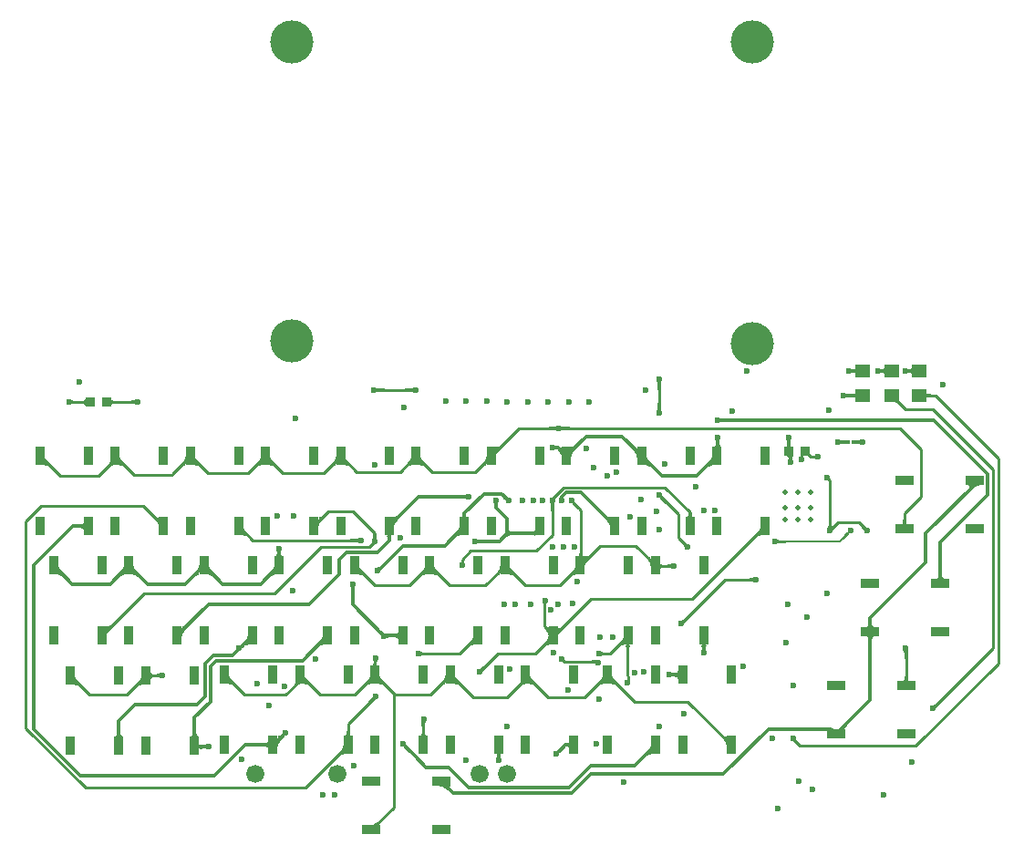
<source format=gtl>
G04 Layer_Physical_Order=1*
G04 Layer_Color=255*
%FSTAX24Y24*%
%MOIN*%
G70*
G01*
G75*
%ADD10R,0.0335X0.0335*%
%ADD11R,0.0550X0.0500*%
%ADD12R,0.0350X0.0700*%
%ADD13R,0.0700X0.0350*%
%ADD14R,0.0197X0.0118*%
%ADD15C,0.0100*%
%ADD16C,0.0120*%
%ADD17C,0.0080*%
%ADD18C,0.0661*%
%ADD19C,0.0236*%
%ADD20C,0.1575*%
%ADD21C,0.0197*%
G36*
X054103Y020938D02*
X054088Y020932D01*
X054075Y020922D01*
X054063Y020908D01*
X054053Y020889D01*
X054045Y020867D01*
X054039Y020841D01*
X054034Y02081D01*
X054031Y020775D01*
X05403Y020736D01*
X05391D01*
X05391Y020775D01*
X053907Y02081D01*
X053902Y020841D01*
X053896Y020867D01*
X053888Y020889D01*
X053878Y020908D01*
X053866Y020922D01*
X053853Y020932D01*
X053838Y020938D01*
X05382Y02094D01*
X05412D01*
X054103Y020938D01*
D02*
G37*
G36*
X028954Y021204D02*
X028926Y021175D01*
X02888Y021118D01*
X028861Y021091D01*
X028845Y021063D01*
X028832Y021036D01*
X028822Y02101D01*
X028814Y020983D01*
X02881Y020958D01*
X028808Y020932D01*
X02881Y021319D01*
X028827Y02132D01*
X028844Y021321D01*
X02886Y021324D01*
X028876Y021328D01*
X028891Y021333D01*
X028905Y021339D01*
X028918Y021346D01*
X028931Y021354D01*
X028943Y021363D01*
X028954Y021373D01*
Y021204D01*
D02*
G37*
G36*
X039462Y020622D02*
X039442Y020622D01*
X03938Y020618D01*
X039369Y020616D01*
X039359Y020614D01*
X039352Y020612D01*
X039346Y020609D01*
X039342Y020606D01*
Y020747D01*
X039365Y020771D01*
X039404Y020818D01*
X039419Y020842D01*
X039433Y020864D01*
X039444Y020887D01*
X039452Y020909D01*
X039458Y020931D01*
X039462Y020952D01*
X039463Y020974D01*
X039462Y020622D01*
D02*
G37*
G36*
X044962D02*
X044942Y020622D01*
X04488Y020618D01*
X044869Y020616D01*
X044859Y020614D01*
X044852Y020612D01*
X044846Y020609D01*
X044842Y020606D01*
Y020747D01*
X044865Y020771D01*
X044904Y020818D01*
X044919Y020842D01*
X044933Y020864D01*
X044944Y020887D01*
X044952Y020909D01*
X044958Y020931D01*
X044962Y020952D01*
X044963Y020974D01*
X044962Y020622D01*
D02*
G37*
G36*
X036008Y021227D02*
X036185Y021069D01*
X036191Y021068D01*
X036082Y020959D01*
X036081Y020965D01*
X036075Y020975D01*
X036065Y020988D01*
X036052Y021005D01*
X035986Y021077D01*
X035885Y02118D01*
X03597Y021265D01*
X036008Y021227D01*
D02*
G37*
G36*
X036713Y02082D02*
X036711Y020838D01*
X036705Y020853D01*
X036695Y020866D01*
X03668Y020878D01*
X036662Y020888D01*
X036639Y020896D01*
X036613Y020902D01*
X036582Y020907D01*
X036547Y02091D01*
X036537Y02091D01*
X036354Y020899D01*
X036331Y020894D01*
X036314Y020889D01*
X036301Y020884D01*
X036293Y020878D01*
X036285Y021032D01*
X036288Y021031D01*
X036311Y021031D01*
X036513Y021031D01*
X036547Y021031D01*
X036582Y021034D01*
X036613Y021039D01*
X036639Y021045D01*
X036662Y021053D01*
X03668Y021063D01*
X036695Y021075D01*
X036705Y021088D01*
X036711Y021103D01*
X036713Y02112D01*
Y02082D01*
D02*
G37*
G36*
X04268Y021159D02*
X042657Y021135D01*
X042618Y021088D01*
X042602Y021065D01*
X042589Y021042D01*
X042578Y021019D01*
X042569Y020997D01*
X042563Y020975D01*
X04256Y020954D01*
X042558Y020933D01*
Y021286D01*
X04256Y021267D01*
X042563Y021253D01*
X042569Y021243D01*
X042578Y021237D01*
X042589Y021236D01*
X042602Y02124D01*
X042618Y021248D01*
X042636Y021261D01*
X042657Y021278D01*
X04268Y0213D01*
Y021159D01*
D02*
G37*
G36*
X02618Y021194D02*
X026157Y02117D01*
X026118Y021122D01*
X026102Y021099D01*
X026089Y021077D01*
X026078Y021054D01*
X026069Y021032D01*
X026063Y02101D01*
X02606Y020989D01*
X026058Y020967D01*
X02606Y021319D01*
X026079Y021319D01*
X026142Y021323D01*
X026153Y021325D01*
X026162Y021327D01*
X02617Y021329D01*
X026176Y021332D01*
X02618Y021335D01*
Y021194D01*
D02*
G37*
G36*
X042115Y021313D02*
X042135Y021296D01*
X042153Y021283D01*
X042169Y021275D01*
X042182Y021271D01*
X042193Y021272D01*
X042201Y021277D01*
X042207Y021286D01*
X042211Y021301D01*
X042212Y021319D01*
X042213Y020973D01*
X042213Y020974D01*
X042213Y02097D01*
X042213Y020967D01*
X042213Y020968D01*
X042212Y020622D01*
X042192Y020622D01*
X04213Y020618D01*
X042119Y020616D01*
X042109Y020614D01*
X042102Y020612D01*
X042096Y020609D01*
X042092Y020606D01*
Y020747D01*
X042115Y020771D01*
X042154Y020818D01*
X042169Y020842D01*
X042183Y020864D01*
X042194Y020887D01*
X042202Y020909D01*
X042208Y020931D01*
X042212Y020952D01*
X042213Y02097D01*
X042212Y020989D01*
X042208Y02101D01*
X042202Y021032D01*
X042194Y021054D01*
X042183Y021077D01*
X042169Y021099D01*
X042154Y021122D01*
X042136Y021146D01*
X042115Y02117D01*
X042092Y021194D01*
X042092Y021335D01*
X042115Y021313D01*
D02*
G37*
G36*
X055333Y020413D02*
X055332Y020404D01*
X05533Y020311D01*
X05533Y020129D01*
X05523Y0201D01*
X055229Y020151D01*
X055217Y02031D01*
X055212Y020339D01*
X055205Y020362D01*
X055198Y020381D01*
X055189Y020395D01*
X05518Y020405D01*
X055334Y020417D01*
X055333Y020413D01*
D02*
G37*
G36*
X031212Y020723D02*
X031217Y020717D01*
X031212Y020712D01*
X031212Y020622D01*
X031194Y020621D01*
X031178Y02062D01*
X031161Y020617D01*
X031146Y020613D01*
X031131Y020608D01*
X031117Y020602D01*
X031104Y020595D01*
X031101Y020593D01*
X031018Y020506D01*
X030908Y020502D01*
X030905Y020382D01*
X030898Y02038D01*
X030737Y020236D01*
X030703Y020203D01*
X030618Y020287D01*
X030702Y020376D01*
X030741Y020422D01*
X030756Y020442D01*
X030768Y02046D01*
X030776Y020474D01*
X03078Y020487D01*
X030782Y020497D01*
X030908Y020502D01*
X030912Y020617D01*
X03092Y020619D01*
X030932Y020624D01*
X030946Y020633D01*
X030964Y020647D01*
X03101Y020686D01*
X031091Y020762D01*
X031095Y020766D01*
X031142Y020823D01*
X031161Y02085D01*
X031177Y020878D01*
X03119Y020905D01*
X0312Y020931D01*
X031207Y020958D01*
X031212Y020983D01*
X031213Y021009D01*
X031212Y020723D01*
D02*
G37*
G36*
X035969Y020054D02*
X035959Y020044D01*
X035949Y020029D01*
X035941Y02001D01*
X035934Y019986D01*
X035928Y019958D01*
X035925Y019942D01*
X035926Y019939D01*
X035933Y01992D01*
X035941Y019904D01*
X035951Y019892D01*
X035962Y019884D01*
X035975Y019879D01*
X035989Y019877D01*
X035919D01*
X035916Y019846D01*
X035914Y019749D01*
X035814Y019785D01*
X035814Y019877D01*
X035739D01*
X035753Y019879D01*
X035766Y019884D01*
X035777Y019892D01*
X035787Y019904D01*
X035795Y01992D01*
X035802Y019939D01*
X035807Y019961D01*
X035811Y019987D01*
X035813Y020016D01*
X035814Y020048D01*
X035815D01*
X035815Y020068D01*
X035969Y020054D01*
D02*
G37*
G36*
X043933Y019915D02*
X043924Y019923D01*
X043911Y019929D01*
X043892Y019935D01*
X043869Y01994D01*
X043841Y019945D01*
X043771Y019951D01*
X043681Y019954D01*
X043629Y019955D01*
X043644Y020055D01*
X043939Y020069D01*
X043933Y019915D01*
D02*
G37*
G36*
X037547Y020372D02*
X037559Y020367D01*
X037576Y020363D01*
X037599Y02036D01*
X037659Y020354D01*
X037787Y02035D01*
X03784Y02035D01*
Y02025D01*
X037787Y02025D01*
X037576Y020237D01*
X037559Y020233D01*
X037547Y020228D01*
X03754Y020223D01*
Y020377D01*
X037547Y020372D01*
D02*
G37*
G36*
X045218Y02062D02*
X045205Y020615D01*
X045194Y020606D01*
X045184Y020595D01*
X045176Y020579D01*
X045169Y020561D01*
X045164Y020538D01*
X04516Y020513D01*
X045158Y020484D01*
X045157Y020452D01*
X045057D01*
X045056Y020484D01*
X045054Y020513D01*
X04505Y020538D01*
X045045Y020561D01*
X045038Y020579D01*
X04503Y020595D01*
X04502Y020606D01*
X045009Y020615D01*
X044996Y02062D01*
X044982Y020622D01*
X045232D01*
X045218Y02062D01*
D02*
G37*
G36*
X033962Y020622D02*
X033944Y020621D01*
X033928Y02062D01*
X033911Y020617D01*
X033896Y020613D01*
X033881Y020608D01*
X033867Y020602D01*
X033854Y020595D01*
X033841Y020587D01*
X033829Y020578D01*
X033818Y020568D01*
Y020737D01*
X033845Y020766D01*
X033892Y020823D01*
X033911Y02085D01*
X033927Y020878D01*
X03394Y020905D01*
X03395Y020931D01*
X033957Y020958D01*
X033962Y020983D01*
X033963Y021009D01*
X033962Y020622D01*
D02*
G37*
G36*
X044147Y020372D02*
X044159Y020367D01*
X044176Y020363D01*
X044199Y02036D01*
X044259Y020354D01*
X044387Y02035D01*
X04444Y02035D01*
Y02025D01*
X044387Y02025D01*
X044176Y020237D01*
X044159Y020233D01*
X044147Y020228D01*
X04414Y020223D01*
Y020377D01*
X044147Y020372D01*
D02*
G37*
G36*
X047946Y020689D02*
X04795Y020622D01*
X048036D01*
X048019Y02062D01*
X048003Y020614D01*
X04799Y020603D01*
X047978Y020589D01*
X047968Y020571D01*
X04796Y020548D01*
X047956Y020531D01*
X04796Y020479D01*
X047964Y020461D01*
X047968Y020449D01*
X047974Y020442D01*
X047946Y020441D01*
X047946Y020418D01*
X047826D01*
X047825Y020437D01*
X04782Y020437D01*
X047821Y020441D01*
X047822Y02045D01*
X047823Y020477D01*
X047822Y020491D01*
X047818Y020522D01*
X047811Y020548D01*
X047803Y020571D01*
X047793Y020589D01*
X047782Y020603D01*
X047768Y020614D01*
X047753Y02062D01*
X047736Y020622D01*
X047825D01*
X047826Y020725D01*
X047946Y020742D01*
X047946Y020689D01*
D02*
G37*
G36*
X054031Y021453D02*
X054034Y021418D01*
X054039Y021387D01*
X054045Y021361D01*
X054053Y021338D01*
X054063Y02132D01*
X054075Y021305D01*
X054088Y021295D01*
X054103Y021289D01*
X05412Y021287D01*
X05382D01*
X053838Y021289D01*
X053853Y021295D01*
X053866Y021305D01*
X053878Y02132D01*
X053888Y021338D01*
X053896Y021361D01*
X053902Y021387D01*
X053907Y021418D01*
X05391Y021453D01*
X05391Y021492D01*
X05403D01*
X054031Y021453D01*
D02*
G37*
G36*
X035288Y023511D02*
X035292Y02349D01*
X035298Y023468D01*
X035306Y023446D01*
X035317Y023423D01*
X035331Y023401D01*
X035346Y023378D01*
X035364Y023354D01*
X035385Y02333D01*
X035408Y023306D01*
Y023165D01*
X035404Y023168D01*
X035398Y023171D01*
X035391Y023173D01*
X035381Y023175D01*
X03537Y023177D01*
X035342Y023179D01*
X035308Y023181D01*
X035288Y023181D01*
X035287Y023533D01*
X035288Y023511D01*
D02*
G37*
G36*
X03769Y023181D02*
X037671Y023181D01*
X037608Y023177D01*
X037597Y023175D01*
X037588Y023173D01*
X03758Y023171D01*
X037574Y023168D01*
X03757Y023165D01*
Y023306D01*
X037593Y02333D01*
X037632Y023378D01*
X037648Y023401D01*
X037661Y023423D01*
X037672Y023446D01*
X037681Y023468D01*
X037687Y02349D01*
X03769Y023511D01*
X037692Y023533D01*
X03769Y023181D01*
D02*
G37*
G36*
X03219D02*
X032173Y02318D01*
X032156Y023179D01*
X03214Y023176D01*
X032124Y023172D01*
X032109Y023167D01*
X032095Y023161D01*
X032082Y023154D01*
X032069Y023146D01*
X032057Y023137D01*
X032046Y023127D01*
Y023296D01*
X032074Y023325D01*
X03212Y023382D01*
X032139Y02341D01*
X032155Y023437D01*
X032168Y023464D01*
X032178Y02349D01*
X032186Y023517D01*
X03219Y023542D01*
X032192Y023568D01*
X03219Y023181D01*
D02*
G37*
G36*
X04044D02*
X040423Y023181D01*
X040392Y023178D01*
X040379Y023176D01*
X040366Y023173D01*
X040355Y02317D01*
X040344Y023166D01*
X040335Y023161D01*
X040327Y023156D01*
X04032Y02315D01*
Y023291D01*
X040343Y023315D01*
X040382Y023362D01*
X040398Y023385D01*
X040411Y023408D01*
X040422Y023431D01*
X040431Y023453D01*
X040437Y023475D01*
X04044Y023496D01*
X040442Y023517D01*
X04044Y023181D01*
D02*
G37*
G36*
X038038Y023511D02*
X038042Y02349D01*
X038048Y023468D01*
X038056Y023446D01*
X038067Y023423D01*
X038081Y023401D01*
X038096Y023378D01*
X038114Y023354D01*
X038135Y02333D01*
X038158Y023306D01*
Y023165D01*
X038154Y023168D01*
X038148Y023171D01*
X038141Y023173D01*
X038131Y023175D01*
X03812Y023177D01*
X038092Y023179D01*
X038058Y023181D01*
X038038Y023181D01*
X038037Y023533D01*
X038038Y023511D01*
D02*
G37*
G36*
X036268Y023543D02*
X036068Y02335D01*
X035967Y023467D01*
X035978Y023467D01*
X035992Y023472D01*
X036009Y023481D01*
X036029Y023493D01*
X036052Y02351D01*
X036106Y023555D01*
X036171Y023617D01*
X036209Y023653D01*
X036268Y023543D01*
D02*
G37*
G36*
X046288Y023611D02*
X046294Y023598D01*
X046302Y023587D01*
X046314Y023577D01*
X046329Y023569D01*
X046348Y023562D01*
X046371Y023557D01*
X046396Y023553D01*
X046425Y023551D01*
X046449Y02355D01*
X046463Y02355D01*
X046674Y023563D01*
X046691Y023567D01*
X046703Y023572D01*
X04671Y023577D01*
Y023423D01*
X046703Y023428D01*
X046691Y023433D01*
X046674Y023437D01*
X046651Y02344D01*
X046591Y023446D01*
X046463Y02345D01*
X046449Y02345D01*
X046425Y023449D01*
X046396Y023447D01*
X046371Y023443D01*
X046348Y023438D01*
X046329Y023431D01*
X046314Y023423D01*
X046302Y023413D01*
X046294Y023402D01*
X046288Y023389D01*
X046287Y023375D01*
Y023625D01*
X046288Y023611D01*
D02*
G37*
G36*
X040788Y023511D02*
X040792Y02349D01*
X040798Y023468D01*
X040806Y023446D01*
X040817Y023423D01*
X040831Y023401D01*
X040846Y023378D01*
X040864Y023354D01*
X040885Y02333D01*
X040908Y023306D01*
Y023165D01*
X040904Y023168D01*
X040898Y023171D01*
X040891Y023173D01*
X040881Y023175D01*
X04087Y023177D01*
X040842Y023179D01*
X040808Y023181D01*
X040788Y023181D01*
X040787Y023533D01*
X040788Y023511D01*
D02*
G37*
G36*
X04319Y023181D02*
X04317Y023181D01*
X043108Y023177D01*
X043097Y023175D01*
X043088Y023173D01*
X04308Y023171D01*
X043074Y023168D01*
X04307Y023165D01*
Y023306D01*
X043093Y02333D01*
X043132Y023378D01*
X043148Y023401D01*
X043161Y023423D01*
X043172Y023446D01*
X043181Y023468D01*
X043187Y02349D01*
X04319Y023511D01*
X043192Y023533D01*
X04319Y023181D01*
D02*
G37*
G36*
X04971Y022923D02*
X049703Y022928D01*
X049691Y022933D01*
X049674Y022937D01*
X049651Y02294D01*
X049591Y022946D01*
X049463Y02295D01*
X04941Y02295D01*
Y02305D01*
X049463Y02305D01*
X049674Y023063D01*
X049691Y023067D01*
X049703Y023072D01*
X04971Y023077D01*
Y022923D01*
D02*
G37*
G36*
X05659Y023225D02*
X056593Y02319D01*
X056598Y023159D01*
X056604Y023132D01*
X056612Y02311D01*
X056622Y023091D01*
X056634Y023077D01*
X056647Y023067D01*
X056662Y02306D01*
X05668Y023058D01*
X05638D01*
X056397Y02306D01*
X056412Y023067D01*
X056425Y023077D01*
X056437Y023091D01*
X056447Y02311D01*
X056455Y023132D01*
X056461Y023159D01*
X056466Y02319D01*
X056469Y023225D01*
X05647Y023264D01*
X05659D01*
X05659Y023225D01*
D02*
G37*
G36*
X047361Y021641D02*
X047324Y021603D01*
X047184Y021445D01*
X047175Y02143D01*
X047169Y021418D01*
X047168Y021409D01*
X047059Y021518D01*
X047068Y021519D01*
X04708Y021525D01*
X047095Y021534D01*
X047113Y021547D01*
X047159Y021586D01*
X047253Y021674D01*
X047291Y021711D01*
X047361Y021641D01*
D02*
G37*
G36*
X035124Y022755D02*
X035121Y022744D01*
X035118Y022728D01*
X035116Y022706D01*
X035112Y022609D01*
X03511Y022465D01*
X03499D01*
X03499Y022518D01*
X034976Y022755D01*
X034973Y02276D01*
X035127D01*
X035124Y022755D01*
D02*
G37*
G36*
X024288Y023542D02*
X024293Y023517D01*
X0243Y02349D01*
X02431Y023464D01*
X024323Y023437D01*
X024339Y02341D01*
X024358Y023382D01*
X02438Y023354D01*
X024405Y023325D01*
X024432Y023296D01*
Y023127D01*
X024421Y023137D01*
X024409Y023146D01*
X024396Y023154D01*
X024383Y023161D01*
X024369Y023167D01*
X024354Y023172D01*
X024339Y023176D01*
X024322Y023179D01*
X024306Y02318D01*
X024288Y023181D01*
X024287Y023568D01*
X024288Y023542D01*
D02*
G37*
G36*
X02944Y023181D02*
X029423Y02318D01*
X029406Y023179D01*
X02939Y023176D01*
X029374Y023172D01*
X029359Y023167D01*
X029345Y023161D01*
X029332Y023154D01*
X029319Y023146D01*
X029307Y023137D01*
X029296Y023127D01*
Y023296D01*
X029324Y023325D01*
X02937Y023382D01*
X029389Y02341D01*
X029405Y023437D01*
X029418Y023464D01*
X029428Y02349D01*
X029436Y023517D01*
X02944Y023542D01*
X029442Y023568D01*
X02944Y023181D01*
D02*
G37*
G36*
X029788Y023542D02*
X029793Y023517D01*
X0298Y02349D01*
X02981Y023464D01*
X029823Y023437D01*
X029839Y02341D01*
X029858Y023382D01*
X02988Y023354D01*
X029905Y023325D01*
X029932Y023296D01*
Y023127D01*
X029921Y023137D01*
X029909Y023146D01*
X029896Y023154D01*
X029883Y023161D01*
X029869Y023167D01*
X029854Y023172D01*
X029839Y023176D01*
X029822Y023179D01*
X029806Y02318D01*
X029788Y023181D01*
X029787Y023568D01*
X029788Y023542D01*
D02*
G37*
G36*
X02669Y023181D02*
X026673Y02318D01*
X026656Y023179D01*
X02664Y023176D01*
X026624Y023172D01*
X026609Y023167D01*
X026595Y023161D01*
X026582Y023154D01*
X026569Y023146D01*
X026557Y023137D01*
X026546Y023127D01*
Y023296D01*
X026574Y023325D01*
X02662Y023382D01*
X026639Y02341D01*
X026655Y023437D01*
X026668Y023464D01*
X026678Y02349D01*
X026686Y023517D01*
X02669Y023542D01*
X026692Y023568D01*
X02669Y023181D01*
D02*
G37*
G36*
X027038Y023542D02*
X027043Y023517D01*
X02705Y02349D01*
X02706Y023464D01*
X027073Y023437D01*
X027089Y02341D01*
X027108Y023382D01*
X02713Y023354D01*
X027155Y023325D01*
X027182Y023296D01*
Y023127D01*
X027171Y023137D01*
X027159Y023146D01*
X027146Y023154D01*
X027133Y023161D01*
X027119Y023167D01*
X027104Y023172D01*
X027089Y023176D01*
X027072Y023179D01*
X027056Y02318D01*
X027038Y023181D01*
X027037Y023568D01*
X027038Y023542D01*
D02*
G37*
G36*
X040011Y019891D02*
X039974Y019853D01*
X039834Y019695D01*
X039825Y01968D01*
X039819Y019668D01*
X039818Y019659D01*
X039709Y019768D01*
X039718Y019769D01*
X03973Y019775D01*
X039745Y019784D01*
X039763Y019797D01*
X039809Y019836D01*
X039903Y019924D01*
X039941Y019961D01*
X040011Y019891D01*
D02*
G37*
G36*
X05127Y017189D02*
X051275Y017176D01*
X051283Y017161D01*
X051295Y017143D01*
X05131Y017123D01*
X05135Y017075D01*
X051435Y016985D01*
X051365Y016915D01*
X051332Y016946D01*
X051207Y017055D01*
X051189Y017067D01*
X051174Y017075D01*
X051161Y01708D01*
X05115Y017082D01*
X051268Y0172D01*
X05127Y017189D01*
D02*
G37*
G36*
X048615Y017313D02*
X048635Y017296D01*
X048653Y017283D01*
X048669Y017275D01*
X048682Y017271D01*
X048693Y017272D01*
X048701Y017277D01*
X048707Y017286D01*
X048711Y017301D01*
X048712Y017319D01*
X048713Y016967D01*
X048712Y016989D01*
X048708Y01701D01*
X048702Y017032D01*
X048694Y017054D01*
X048683Y017077D01*
X048669Y017099D01*
X048654Y017122D01*
X048636Y017146D01*
X048615Y01717D01*
X048592Y017194D01*
Y017335D01*
X048615Y017313D01*
D02*
G37*
G36*
X042963Y016866D02*
X042962Y016875D01*
X042958Y016882D01*
X04295Y016889D01*
X04294Y016895D01*
X042928Y016899D01*
X042912Y016903D01*
X042893Y016906D01*
X042872Y016909D01*
X04282Y01691D01*
Y01703D01*
X042848Y017031D01*
X042893Y017034D01*
X042912Y017038D01*
X042928Y017042D01*
X04294Y017046D01*
X04295Y017052D01*
X042958Y017059D01*
X042962Y017066D01*
X042963Y017075D01*
Y016866D01*
D02*
G37*
G36*
X032591Y017282D02*
X032585Y017281D01*
X032575Y017275D01*
X032562Y017265D01*
X032545Y017252D01*
X032473Y017186D01*
X032428Y017142D01*
X032426Y01714D01*
X03238Y017084D01*
X032361Y017056D01*
X032345Y017028D01*
X032332Y017002D01*
X032322Y016975D01*
X032314Y016949D01*
X03231Y016923D01*
X032308Y016897D01*
X032309Y017146D01*
X032285Y01717D01*
X032309Y017194D01*
X03231Y017319D01*
X032333Y017319D01*
X032408Y017324D01*
X032421Y017326D01*
X03243Y017328D01*
X032481Y017385D01*
X032482Y017391D01*
X032591Y017282D01*
D02*
G37*
G36*
X026561Y017455D02*
X026564Y01742D01*
X026568Y017389D01*
X026574Y017362D01*
X026583Y01734D01*
X026592Y017321D01*
X026604Y017307D01*
X026618Y017297D01*
X026633Y017291D01*
X02665Y017288D01*
X02635D01*
X026367Y017291D01*
X026382Y017297D01*
X026396Y017307D01*
X026408Y017321D01*
X026418Y01734D01*
X026426Y017362D01*
X026432Y017389D01*
X026436Y01742D01*
X026439Y017455D01*
X02644Y017494D01*
X02656D01*
X026561Y017455D01*
D02*
G37*
G36*
X037687Y017457D02*
X037689Y017428D01*
X037693Y017402D01*
X037698Y01738D01*
X037705Y017361D01*
X037713Y017345D01*
X037723Y017333D01*
X037734Y017325D01*
X037747Y01732D01*
X037761Y017318D01*
X037511D01*
X037525Y01732D01*
X037538Y017325D01*
X037549Y017333D01*
X037559Y017345D01*
X037567Y017361D01*
X037574Y01738D01*
X037579Y017402D01*
X037583Y017428D01*
X037585Y017457D01*
X037586Y017489D01*
X037686D01*
X037687Y017457D01*
D02*
G37*
G36*
X037724Y017808D02*
X037717Y017799D01*
X03771Y017786D01*
X037704Y017768D01*
X037699Y017745D01*
X037695Y017717D01*
X037689Y017646D01*
X037686Y017504D01*
X037586Y017517D01*
X03757Y017813D01*
X037724Y017808D01*
D02*
G37*
G36*
X029333Y017455D02*
X029335Y01742D01*
X02934Y017389D01*
X029346Y017362D01*
X029354Y01734D01*
X029364Y017321D01*
X029376Y017307D01*
X029389Y017297D01*
X029405Y017291D01*
X029422Y017288D01*
X029122D01*
X029139Y017291D01*
X029154Y017297D01*
X029168Y017307D01*
X029179Y017321D01*
X029189Y01734D01*
X029197Y017362D01*
X029204Y017389D01*
X029208Y01742D01*
X029211Y017455D01*
X029212Y017494D01*
X029332D01*
X029333Y017455D01*
D02*
G37*
G36*
X034937Y017457D02*
X034939Y017428D01*
X034943Y017402D01*
X034948Y01738D01*
X034955Y017361D01*
X034963Y017345D01*
X034973Y017333D01*
X034984Y017325D01*
X034997Y01732D01*
X035011Y017318D01*
X034761D01*
X034775Y01732D01*
X034788Y017325D01*
X034799Y017333D01*
X034809Y017345D01*
X034817Y017361D01*
X034824Y01738D01*
X034829Y017402D01*
X034833Y017428D01*
X034835Y017457D01*
X034836Y017489D01*
X034936D01*
X034937Y017457D01*
D02*
G37*
G36*
X040436Y016744D02*
X040445Y016622D01*
X040511D01*
X040497Y01662D01*
X040484Y016615D01*
X040473Y016606D01*
X040463Y016595D01*
X040455Y016579D01*
X040449Y016564D01*
X040449Y016555D01*
X040454Y016532D01*
X04046Y016514D01*
X040467Y016501D01*
X040474Y016492D01*
X040437Y016491D01*
X040437Y016484D01*
X040436Y016452D01*
X040336D01*
X040335Y016484D01*
X040335Y016487D01*
X04032Y016487D01*
X040323Y016492D01*
X040326Y016503D01*
X040328Y01652D01*
X040329Y016537D01*
X040329Y016538D01*
X040324Y016561D01*
X040317Y016579D01*
X040309Y016595D01*
X040299Y016606D01*
X040288Y016615D01*
X040275Y01662D01*
X040261Y016622D01*
X040333D01*
X040336Y016729D01*
X040336Y016783D01*
X040436Y016796D01*
X040436Y016744D01*
D02*
G37*
G36*
X045962Y016622D02*
X045944Y016621D01*
X045928Y01662D01*
X045911Y016617D01*
X045896Y016613D01*
X045881Y016608D01*
X045867Y016602D01*
X045854Y016595D01*
X045841Y016587D01*
X045829Y016578D01*
X045818Y016568D01*
Y016737D01*
X045845Y016766D01*
X045892Y016823D01*
X045911Y01685D01*
X045927Y016878D01*
X04594Y016905D01*
X04595Y016931D01*
X045957Y016958D01*
X045962Y016983D01*
X045963Y017009D01*
X045962Y016622D01*
D02*
G37*
G36*
X036063Y014135D02*
X036046Y014115D01*
X036033Y014097D01*
X036025Y014081D01*
X036021Y014068D01*
X036022Y014057D01*
X036027Y014049D01*
X036036Y014043D01*
X036051Y014039D01*
X036069Y014038D01*
X035717Y014037D01*
X035739Y014038D01*
X03576Y014042D01*
X035782Y014048D01*
X035804Y014056D01*
X035827Y014067D01*
X035849Y014081D01*
X035872Y014096D01*
X035896Y014114D01*
X03592Y014135D01*
X035944Y014158D01*
X036085D01*
X036063Y014135D01*
D02*
G37*
G36*
X038613Y015461D02*
X038602Y015456D01*
X038595Y015449D01*
X038594Y015439D01*
X038597Y015426D01*
X038604Y01541D01*
X038617Y015391D01*
X038634Y01537D01*
X038656Y015345D01*
X038682Y015318D01*
X038513D01*
X038484Y015345D01*
X038428Y015391D01*
X0384Y01541D01*
X038373Y015426D01*
X038346Y015439D01*
X038319Y015449D01*
X038293Y015456D01*
X038267Y015461D01*
X038241Y015462D01*
X038628D01*
X038613Y015461D01*
D02*
G37*
G36*
X034712Y016622D02*
X034692Y016622D01*
X03463Y016618D01*
X034619Y016616D01*
X034609Y016614D01*
X034602Y016612D01*
X034596Y016609D01*
X034592Y016606D01*
Y016747D01*
X034615Y016771D01*
X034654Y016818D01*
X034669Y016842D01*
X034683Y016864D01*
X034694Y016887D01*
X034702Y016909D01*
X034708Y016931D01*
X034712Y016952D01*
X034713Y016974D01*
X034712Y016622D01*
D02*
G37*
G36*
X031963Y01682D02*
X031961Y016838D01*
X031955Y016853D01*
X031945Y016866D01*
X03193Y016878D01*
X031912Y016888D01*
X031889Y016896D01*
X031863Y016902D01*
X031832Y016907D01*
X031797Y01691D01*
X031758Y01691D01*
Y01703D01*
X031797Y017031D01*
X031832Y017034D01*
X031863Y017039D01*
X031889Y017045D01*
X031912Y017053D01*
X03193Y017063D01*
X031945Y017075D01*
X031955Y017088D01*
X031961Y017103D01*
X031963Y01712D01*
Y01682D01*
D02*
G37*
G36*
X029446Y017033D02*
X029452Y017018D01*
X029463Y017004D01*
X029477Y016992D01*
X029495Y016983D01*
X029518Y016974D01*
X029545Y016968D01*
X029562Y016966D01*
X029705Y016974D01*
X02971Y016977D01*
Y016823D01*
X029705Y016826D01*
X029694Y016829D01*
X029678Y016832D01*
X029656Y016834D01*
X029586Y016837D01*
X029575Y016836D01*
X029545Y016832D01*
X029518Y016826D01*
X029495Y016818D01*
X029477Y016808D01*
X029463Y016796D01*
X029452Y016782D01*
X029446Y016767D01*
X029444Y01675D01*
Y01684D01*
X029415Y01684D01*
Y01696D01*
X029444Y01696D01*
Y01705D01*
X029446Y017033D01*
D02*
G37*
G36*
X042815Y01688D02*
X042777Y016842D01*
X042619Y016665D01*
X042618Y016659D01*
X042509Y016768D01*
X042515Y016769D01*
X042525Y016775D01*
X042538Y016785D01*
X042555Y016798D01*
X042627Y016864D01*
X04273Y016965D01*
X042815Y01688D01*
D02*
G37*
G36*
X037019Y016985D02*
X037025Y016975D01*
X037035Y016962D01*
X037048Y016945D01*
X037114Y016873D01*
X037215Y01677D01*
X03713Y016685D01*
X037092Y016723D01*
X036915Y016881D01*
X036909Y016882D01*
X037018Y016991D01*
X037019Y016985D01*
D02*
G37*
G36*
X053097Y017655D02*
X053058Y017609D01*
X053045Y01759D01*
X053038Y017574D01*
X053035Y017561D01*
X053036Y017551D01*
X053042Y017544D01*
X053053Y017539D01*
X053069Y017538D01*
X052682Y017537D01*
X052708Y017538D01*
X052733Y017543D01*
X05276Y01755D01*
X052786Y01756D01*
X052813Y017573D01*
X05284Y017589D01*
X052868Y017608D01*
X052896Y01763D01*
X052925Y017655D01*
X052954Y017682D01*
X053123D01*
X053097Y017655D01*
D02*
G37*
G36*
X04419Y019181D02*
X04417Y019181D01*
X044108Y019177D01*
X044097Y019175D01*
X044088Y019173D01*
X04408Y019171D01*
X044074Y019168D01*
X04407Y019165D01*
Y019306D01*
X044093Y01933D01*
X044132Y019378D01*
X044148Y019401D01*
X044161Y019423D01*
X044172Y019446D01*
X044181Y019468D01*
X044187Y01949D01*
X04419Y019511D01*
X044192Y019533D01*
X04419Y019181D01*
D02*
G37*
G36*
X044538Y019511D02*
X044542Y01949D01*
X044548Y019468D01*
X044556Y019446D01*
X044567Y019423D01*
X044581Y019401D01*
X044596Y019378D01*
X044614Y019354D01*
X044635Y01933D01*
X044658Y019306D01*
Y019165D01*
X044654Y019168D01*
X044648Y019171D01*
X044641Y019173D01*
X044631Y019175D01*
X04462Y019177D01*
X044592Y019179D01*
X044558Y019181D01*
X044538Y019181D01*
X044537Y019533D01*
X044538Y019511D01*
D02*
G37*
G36*
X038788D02*
X038792Y01949D01*
X038798Y019468D01*
X038806Y019446D01*
X038817Y019423D01*
X038831Y019401D01*
X038846Y019378D01*
X038864Y019354D01*
X038885Y01933D01*
X038908Y019306D01*
Y019165D01*
X038904Y019168D01*
X038898Y019171D01*
X038891Y019173D01*
X038881Y019175D01*
X03887Y019177D01*
X038842Y019179D01*
X038808Y019181D01*
X038788Y019181D01*
X038787Y019533D01*
X038788Y019511D01*
D02*
G37*
G36*
X041538D02*
X041542Y01949D01*
X041548Y019468D01*
X041556Y019446D01*
X041567Y019423D01*
X041581Y019401D01*
X041596Y019378D01*
X041614Y019354D01*
X041635Y01933D01*
X041658Y019306D01*
Y019165D01*
X041654Y019168D01*
X041648Y019171D01*
X041641Y019173D01*
X041631Y019175D01*
X04162Y019177D01*
X041592Y019179D01*
X041558Y019181D01*
X041538Y019181D01*
X041537Y019533D01*
X041538Y019511D01*
D02*
G37*
G36*
X033158Y019181D02*
X033144Y019187D01*
X033128Y019189D01*
X03311Y019187D01*
X03309Y019181D01*
X033068Y019171D01*
X033045Y019157D01*
X033019Y019139D01*
X032992Y019117D01*
X032931Y019061D01*
X03282Y019091D01*
X032855Y019127D01*
X032909Y019189D01*
X032928Y019216D01*
X032943Y01924D01*
X032953Y019261D01*
X032957Y01928D01*
X032957Y019295D01*
X032951Y019308D01*
X03294Y019317D01*
X033158Y019181D01*
D02*
G37*
G36*
X027674Y019611D02*
X027679Y019598D01*
X027688Y019587D01*
X0277Y019577D01*
X027715Y019569D01*
X027734Y019562D01*
X027756Y019557D01*
X027782Y019553D01*
X027793Y019552D01*
X027974Y019563D01*
X027991Y019567D01*
X028003Y019572D01*
X02801Y019577D01*
Y019423D01*
X028003Y019428D01*
X027991Y019433D01*
X027974Y019437D01*
X027951Y01944D01*
X027891Y019446D01*
X027802Y019449D01*
X027782Y019447D01*
X027756Y019443D01*
X027734Y019438D01*
X027715Y019431D01*
X0277Y019423D01*
X027688Y019413D01*
X027679Y019402D01*
X027674Y019389D01*
X027673Y019375D01*
Y019625D01*
X027674Y019611D01*
D02*
G37*
G36*
X046942Y019591D02*
X047023Y01959D01*
X046998Y01947D01*
X046942Y019469D01*
Y01938D01*
X04694Y019397D01*
X046933Y019412D01*
X046923Y019425D01*
X046909Y019437D01*
X04689Y019447D01*
X046868Y019455D01*
X046841Y019461D01*
X04681Y019466D01*
X046775Y019469D01*
X046774Y019469D01*
X046714Y019468D01*
X046722Y019622D01*
X046729Y019616D01*
X046742Y019611D01*
X04676Y019606D01*
X046782Y019601D01*
X04681Y019598D01*
X046831Y019596D01*
X046841Y019598D01*
X046868Y019604D01*
X04689Y019612D01*
X046909Y019622D01*
X046923Y019634D01*
X046933Y019647D01*
X04694Y019662D01*
X046942Y01968D01*
Y019591D01*
D02*
G37*
G36*
X041358Y019182D02*
X041346Y019191D01*
X041333Y019195D01*
X041316Y019194D01*
X041298Y019189D01*
X041276Y019179D01*
X041252Y019165D01*
X041226Y019146D01*
X041197Y019122D01*
X041131Y019061D01*
X04107Y019141D01*
X041102Y019174D01*
X041153Y019233D01*
X041172Y019259D01*
X041186Y019283D01*
X041196Y019304D01*
X041202Y019324D01*
X041203Y01934D01*
X041199Y019355D01*
X041192Y019367D01*
X041358Y019182D01*
D02*
G37*
G36*
X05533Y019447D02*
X055333Y019418D01*
X055336Y019392D01*
X055342Y01937D01*
X055348Y019351D01*
X055357Y019336D01*
X055366Y019324D01*
X055378Y019315D01*
X05539Y01931D01*
X055405Y019308D01*
X055155D01*
X055169Y01931D01*
X055182Y019315D01*
X055193Y019324D01*
X055203Y019336D01*
X055211Y019351D01*
X055218Y01937D01*
X055223Y019392D01*
X055227Y019418D01*
X055229Y019447D01*
X05523Y01948D01*
X05533D01*
X05533Y019447D01*
D02*
G37*
G36*
X024902Y019482D02*
X024906Y01946D01*
X024912Y019439D01*
X02492Y019416D01*
X024931Y019394D01*
X024945Y019371D01*
X02496Y019348D01*
X024979Y019325D01*
X024999Y019301D01*
X025022Y019277D01*
Y019135D01*
X025018Y019138D01*
X025012Y019141D01*
X025005Y019144D01*
X024995Y019146D01*
X024984Y019147D01*
X024957Y01915D01*
X024922Y019151D01*
X024902Y019151D01*
X024901Y019503D01*
X024902Y019482D01*
D02*
G37*
G36*
X027326Y019151D02*
X027306Y019151D01*
X027244Y019147D01*
X027233Y019146D01*
X027224Y019144D01*
X027216Y019141D01*
X02721Y019138D01*
X027206Y019135D01*
Y019277D01*
X027229Y019301D01*
X027268Y019348D01*
X027284Y019371D01*
X027297Y019394D01*
X027308Y019416D01*
X027316Y019439D01*
X027323Y01946D01*
X027326Y019482D01*
X027327Y019503D01*
X027326Y019151D01*
D02*
G37*
G36*
X056561Y018541D02*
X056524Y018503D01*
X056384Y018345D01*
X056375Y01833D01*
X056369Y018318D01*
X056368Y018309D01*
X056259Y018418D01*
X056268Y018419D01*
X05628Y018425D01*
X056295Y018434D01*
X056313Y018447D01*
X056359Y018486D01*
X056453Y018574D01*
X056491Y018611D01*
X056561Y018541D01*
D02*
G37*
G36*
X035891Y018632D02*
X035882Y018631D01*
X03587Y018625D01*
X035855Y018616D01*
X035837Y018603D01*
X035791Y018564D01*
X035697Y018476D01*
X035659Y018439D01*
X035589Y018509D01*
X035626Y018547D01*
X035766Y018705D01*
X035775Y01872D01*
X035781Y018732D01*
X035782Y018741D01*
X035891Y018632D01*
D02*
G37*
G36*
X030538Y019511D02*
X030542Y01949D01*
X030548Y019468D01*
X030556Y019446D01*
X030567Y019423D01*
X030581Y019401D01*
X030596Y019378D01*
X030614Y019354D01*
X030635Y01933D01*
X030658Y019306D01*
Y019165D01*
X030654Y019168D01*
X030648Y019171D01*
X030641Y019173D01*
X030631Y019175D01*
X03062Y019177D01*
X030592Y019179D01*
X030558Y019181D01*
X030538Y019181D01*
X030537Y019533D01*
X030538Y019511D01*
D02*
G37*
G36*
X036038D02*
X036042Y01949D01*
X036048Y019468D01*
X036056Y019446D01*
X036067Y019423D01*
X036081Y019401D01*
X036096Y019378D01*
X036114Y019354D01*
X036135Y01933D01*
X036158Y019306D01*
Y019165D01*
X036154Y019168D01*
X036148Y019171D01*
X036141Y019173D01*
X036131Y019175D01*
X03612Y019177D01*
X036092Y019179D01*
X036058Y019181D01*
X036038Y019181D01*
X036037Y019533D01*
X036038Y019511D01*
D02*
G37*
G36*
X03844Y019181D02*
X038421Y019181D01*
X038358Y019177D01*
X038347Y019175D01*
X038338Y019173D01*
X03833Y019171D01*
X038324Y019168D01*
X03832Y019165D01*
Y019306D01*
X038343Y01933D01*
X038382Y019378D01*
X038398Y019401D01*
X038411Y019423D01*
X038422Y019446D01*
X038431Y019468D01*
X038437Y01949D01*
X03844Y019511D01*
X038442Y019533D01*
X03844Y019181D01*
D02*
G37*
G36*
X033288Y019511D02*
X033292Y01949D01*
X033298Y019468D01*
X033306Y019446D01*
X033317Y019423D01*
X033331Y019401D01*
X033346Y019378D01*
X033364Y019354D01*
X033385Y01933D01*
X033408Y019306D01*
Y019165D01*
X033404Y019168D01*
X033398Y019171D01*
X033391Y019173D01*
X033381Y019175D01*
X03337Y019177D01*
X033342Y019179D01*
X033308Y019181D01*
X033288Y019181D01*
X033287Y019533D01*
X033288Y019511D01*
D02*
G37*
G36*
X03569Y019181D02*
X03567Y019181D01*
X035608Y019177D01*
X035597Y019175D01*
X035588Y019173D01*
X03558Y019171D01*
X035574Y019168D01*
X03557Y019165D01*
Y019306D01*
X035593Y01933D01*
X035632Y019378D01*
X035648Y019401D01*
X035661Y019423D01*
X035672Y019446D01*
X035681Y019468D01*
X035687Y01949D01*
X03569Y019511D01*
X035692Y019533D01*
X03569Y019181D01*
D02*
G37*
G36*
X051944Y027447D02*
X051943Y027448D01*
X051938Y027448D01*
X051921Y027449D01*
X051805Y02745D01*
Y02755D01*
X051944Y027553D01*
Y027447D01*
D02*
G37*
G36*
X042606Y027873D02*
X042624Y027858D01*
X042639Y027847D01*
X042653Y02784D01*
X042664Y027837D01*
X042674Y027837D01*
X042681Y027842D01*
X042686Y02785D01*
X042689Y027862D01*
X04269Y027878D01*
X042692Y027491D01*
X04269Y027517D01*
X042686Y027542D01*
X042678Y027569D01*
X042668Y027595D01*
X042655Y027622D01*
X042639Y02765D01*
X04262Y027677D01*
X042598Y027705D01*
X042574Y027734D01*
X042546Y027763D01*
X042586Y027892D01*
X042606Y027873D01*
D02*
G37*
G36*
X0511Y027601D02*
X051104Y027534D01*
X051161D01*
X051149Y027532D01*
X051139Y027527D01*
X05113Y027519D01*
X051122Y027507D01*
X051115Y027491D01*
X05111Y027473D01*
X051109Y027467D01*
X051109Y027466D01*
X051112Y027441D01*
X051117Y027421D01*
X051122Y027404D01*
X051128Y027391D01*
X051135Y027382D01*
X0511D01*
X0511Y027364D01*
X051D01*
X051Y027382D01*
X050965D01*
X050972Y027391D01*
X050978Y027404D01*
X050983Y027421D01*
X050988Y027441D01*
X050991Y027462D01*
X050988Y027473D01*
X050981Y027491D01*
X050973Y027507D01*
X050963Y027519D01*
X050952Y027527D01*
X050939Y027532D01*
X050925Y027534D01*
X050997D01*
X051Y027601D01*
X051Y027645D01*
X0511D01*
X0511Y027601D01*
D02*
G37*
G36*
X051539Y027533D02*
X051531Y027529D01*
X051524Y027522D01*
X051517Y027513D01*
X051512Y0275D01*
X051508Y027486D01*
X051504Y027468D01*
X051502Y027448D01*
X0515Y027425D01*
X0515Y0274D01*
X0514D01*
X0514Y027425D01*
X051404Y027468D01*
X051406Y027486D01*
X05141Y0275D01*
X051414Y027513D01*
X051419Y027522D01*
X051425Y027529D01*
X051432Y027533D01*
X051439Y027534D01*
X051549D01*
X051539Y027533D01*
D02*
G37*
G36*
X043182Y027763D02*
X043155Y027734D01*
X043108Y027677D01*
X043089Y02765D01*
X043073Y027622D01*
X04306Y027595D01*
X04305Y027569D01*
X043043Y027542D01*
X043038Y027517D01*
X043037Y027491D01*
X043038Y027878D01*
X043056Y027879D01*
X043072Y02788D01*
X043089Y027883D01*
X043104Y027887D01*
X043119Y027892D01*
X043133Y027898D01*
X043146Y027905D01*
X043159Y027913D01*
X043171Y027922D01*
X043182Y027932D01*
Y027763D01*
D02*
G37*
G36*
X051076Y028109D02*
X05107Y028102D01*
X051065Y028089D01*
X05106Y028071D01*
X051056Y028049D01*
X051053Y028021D01*
X051049Y027964D01*
X051052Y027949D01*
X051057Y027926D01*
X051064Y027908D01*
X051072Y027892D01*
X051082Y02788D01*
X051093Y027872D01*
X051106Y027867D01*
X05112Y027865D01*
X051046D01*
X051045Y027807D01*
X050945Y027812D01*
X050945Y027865D01*
X05087D01*
X050884Y027867D01*
X050897Y027872D01*
X050908Y02788D01*
X050918Y027892D01*
X050926Y027908D01*
X050933Y027926D01*
X050938Y027949D01*
X050939Y027955D01*
X05093Y028093D01*
X050926Y028105D01*
X050922Y028111D01*
X051076Y028109D01*
D02*
G37*
G36*
X048474Y028105D02*
X048471Y028094D01*
X048468Y028078D01*
X048466Y028056D01*
X048464Y02801D01*
X048467Y027978D01*
X048472Y027952D01*
X048479Y027929D01*
X048488Y027911D01*
X048498Y027897D01*
X04851Y027886D01*
X048523Y02788D01*
X048538Y027878D01*
X048461Y027878D01*
X04846Y027815D01*
X04834D01*
X04834Y027868D01*
X048339Y027877D01*
X04825Y027877D01*
X048267Y027879D01*
X048282Y027885D01*
X048296Y027896D01*
X048308Y02791D01*
X048317Y027929D01*
X048326Y027951D01*
X048332Y027978D01*
X048333Y027986D01*
X048326Y028105D01*
X048323Y02811D01*
X048477D01*
X048474Y028105D01*
D02*
G37*
G36*
X045324Y027906D02*
X04537Y027867D01*
X045389Y027854D01*
X045404Y027847D01*
X045417Y027844D01*
X045427Y027845D01*
X045435Y027852D01*
X045439Y027863D01*
X04544Y027878D01*
X045442Y027491D01*
X04544Y027517D01*
X045436Y027542D01*
X045428Y027569D01*
X045418Y027595D01*
X045405Y027622D01*
X045389Y02765D01*
X04537Y027677D01*
X045348Y027705D01*
X045324Y027734D01*
X045296Y027763D01*
Y027932D01*
X045324Y027906D01*
D02*
G37*
G36*
X040408Y027753D02*
X040385Y027729D01*
X040346Y027682D01*
X040331Y027658D01*
X040317Y027636D01*
X040306Y027613D01*
X040298Y027591D01*
X040292Y027569D01*
X040288Y027548D01*
X040287Y027526D01*
X040288Y027878D01*
X040308Y027878D01*
X04037Y027882D01*
X040381Y027884D01*
X040391Y027886D01*
X040398Y027888D01*
X040404Y027891D01*
X040408Y027894D01*
Y027753D01*
D02*
G37*
G36*
X032038Y027511D02*
X032042Y02749D01*
X032048Y027468D01*
X032056Y027446D01*
X032067Y027423D01*
X032081Y027401D01*
X032096Y027378D01*
X032114Y027354D01*
X032135Y02733D01*
X032158Y027306D01*
Y027165D01*
X032154Y027168D01*
X032148Y027171D01*
X032141Y027173D01*
X032131Y027175D01*
X03212Y027177D01*
X032092Y027179D01*
X032058Y027181D01*
X032038Y027181D01*
X032037Y027533D01*
X032038Y027511D01*
D02*
G37*
G36*
X03444Y027181D02*
X03442Y027181D01*
X034358Y027177D01*
X034347Y027175D01*
X034338Y027173D01*
X03433Y027171D01*
X034324Y027168D01*
X03432Y027165D01*
Y027306D01*
X034343Y02733D01*
X034382Y027378D01*
X034398Y027401D01*
X034411Y027423D01*
X034422Y027446D01*
X034431Y027468D01*
X034437Y02749D01*
X03444Y027511D01*
X034442Y027533D01*
X03444Y027181D01*
D02*
G37*
G36*
X029288Y027511D02*
X029292Y02749D01*
X029298Y027468D01*
X029306Y027446D01*
X029317Y027423D01*
X029331Y027401D01*
X029346Y027378D01*
X029364Y027354D01*
X029385Y02733D01*
X029408Y027306D01*
Y027165D01*
X029404Y027168D01*
X029398Y027171D01*
X029391Y027173D01*
X029381Y027175D01*
X02937Y027177D01*
X029342Y027179D01*
X029308Y027181D01*
X029288Y027181D01*
X029287Y027533D01*
X029288Y027511D01*
D02*
G37*
G36*
X03169Y027181D02*
X03167Y027181D01*
X031608Y027177D01*
X031597Y027175D01*
X031588Y027173D01*
X03158Y027171D01*
X031574Y027168D01*
X03157Y027165D01*
Y027306D01*
X031593Y02733D01*
X031632Y027378D01*
X031648Y027401D01*
X031661Y027423D01*
X031672Y027446D01*
X031681Y027468D01*
X031687Y02749D01*
X03169Y027511D01*
X031692Y027533D01*
X03169Y027181D01*
D02*
G37*
G36*
X034788Y027511D02*
X034792Y02749D01*
X034798Y027468D01*
X034806Y027446D01*
X034817Y027423D01*
X034831Y027401D01*
X034846Y027378D01*
X034864Y027354D01*
X034885Y02733D01*
X034908Y027306D01*
Y027165D01*
X034904Y027168D01*
X034898Y027171D01*
X034891Y027173D01*
X034881Y027175D01*
X03487Y027177D01*
X034842Y027179D01*
X034808Y027181D01*
X034788Y027181D01*
X034787Y027533D01*
X034788Y027511D01*
D02*
G37*
G36*
X03994Y027181D02*
X03992Y027181D01*
X039858Y027177D01*
X039847Y027175D01*
X039838Y027173D01*
X03983Y027171D01*
X039824Y027168D01*
X03982Y027165D01*
Y027306D01*
X039843Y02733D01*
X039882Y027378D01*
X039898Y027401D01*
X039911Y027423D01*
X039922Y027446D01*
X039931Y027468D01*
X039937Y02749D01*
X03994Y027511D01*
X039942Y027533D01*
X03994Y027181D01*
D02*
G37*
G36*
X026308Y027182D02*
X026299Y027193D01*
X026287Y0272D01*
X026273Y027201D01*
X026255Y027196D01*
X026234Y027187D01*
X02621Y027172D01*
X026182Y027152D01*
X026152Y027127D01*
X026081Y027061D01*
X02607Y027191D01*
X0261Y027221D01*
X026147Y027277D01*
X026165Y027302D01*
X026179Y027326D01*
X026189Y027347D01*
X026195Y027367D01*
X026198Y027386D01*
X026197Y027402D01*
X026192Y027417D01*
X026308Y027182D01*
D02*
G37*
G36*
X03719Y027181D02*
X037171Y027181D01*
X037108Y027177D01*
X037097Y027175D01*
X037088Y027173D01*
X03708Y027171D01*
X037074Y027168D01*
X03707Y027165D01*
Y027306D01*
X037093Y02733D01*
X037132Y027378D01*
X037148Y027401D01*
X037161Y027423D01*
X037172Y027446D01*
X037181Y027468D01*
X037187Y02749D01*
X03719Y027511D01*
X037192Y027533D01*
X03719Y027181D01*
D02*
G37*
G36*
X037538Y027511D02*
X037542Y02749D01*
X037548Y027468D01*
X037556Y027446D01*
X037567Y027423D01*
X037581Y027401D01*
X037596Y027378D01*
X037614Y027354D01*
X037635Y02733D01*
X037658Y027306D01*
Y027165D01*
X037654Y027168D01*
X037648Y027171D01*
X037641Y027173D01*
X037631Y027175D01*
X03762Y027177D01*
X037592Y027179D01*
X037558Y027181D01*
X037538Y027181D01*
X037537Y027533D01*
X037538Y027511D01*
D02*
G37*
G36*
X052894Y028125D02*
X052904Y02812D01*
X052919Y028115D01*
X052936Y028111D01*
X052957Y028108D01*
X052976Y028106D01*
X053015Y028108D01*
Y028103D01*
X053074Y0281D01*
X053112Y0281D01*
Y028D01*
X053074Y028D01*
X053015Y027996D01*
Y027992D01*
X053013Y027994D01*
X053008Y027995D01*
X053006Y027995D01*
X052957Y027992D01*
X052936Y027989D01*
X052919Y027985D01*
X052904Y02798D01*
X052894Y027975D01*
X052886Y027969D01*
Y027999D01*
X052845Y028D01*
Y0281D01*
X052886Y028102D01*
Y028131D01*
X052894Y028125D01*
D02*
G37*
G36*
X053428Y029625D02*
X053426Y029639D01*
X053421Y029652D01*
X053412Y029663D01*
X0534Y029673D01*
X053385Y029681D01*
X053366Y029688D01*
X053344Y029693D01*
X053318Y029697D01*
X053307Y029698D01*
X053126Y029687D01*
X053109Y029683D01*
X053097Y029678D01*
X05309Y029673D01*
Y029827D01*
X053097Y029822D01*
X053109Y029817D01*
X053126Y029813D01*
X053149Y02981D01*
X053209Y029804D01*
X053298Y029801D01*
X053318Y029803D01*
X053344Y029807D01*
X053366Y029812D01*
X053385Y029819D01*
X0534Y029827D01*
X053412Y029837D01*
X053421Y029848D01*
X053426Y029861D01*
X053428Y029875D01*
Y029625D01*
D02*
G37*
G36*
X035927Y030022D02*
X035939Y030017D01*
X035956Y030013D01*
X035979Y03001D01*
X036039Y030004D01*
X036167Y03D01*
X03622Y03D01*
Y0299D01*
X036167Y0299D01*
X035956Y029887D01*
X035939Y029883D01*
X035927Y029878D01*
X03592Y029873D01*
Y030027D01*
X035927Y030022D01*
D02*
G37*
G36*
X02711Y029423D02*
X027103Y029428D01*
X027091Y029433D01*
X027074Y029437D01*
X027051Y02944D01*
X026991Y029446D01*
X026863Y02945D01*
X02681Y02945D01*
Y02955D01*
X026863Y02955D01*
X027074Y029563D01*
X027091Y029567D01*
X027103Y029572D01*
X02711Y029577D01*
Y029423D01*
D02*
G37*
G36*
X056024Y029861D02*
X056029Y029848D01*
X056038Y029837D01*
X05605Y029827D01*
X056065Y029819D01*
X056084Y029812D01*
X056106Y029807D01*
X056132Y029803D01*
X056161Y029801D01*
X056194Y0298D01*
Y0297D01*
X056161Y029699D01*
X056132Y029697D01*
X056106Y029693D01*
X056084Y029688D01*
X056065Y029681D01*
X05605Y029673D01*
X056038Y029663D01*
X056029Y029652D01*
X056024Y029639D01*
X056023Y029625D01*
Y029875D01*
X056024Y029861D01*
D02*
G37*
G36*
X03726Y029873D02*
X037253Y029878D01*
X037241Y029883D01*
X037224Y029887D01*
X037201Y02989D01*
X037141Y029896D01*
X037013Y0299D01*
X03696Y0299D01*
Y03D01*
X037013Y03D01*
X037224Y030013D01*
X037241Y030017D01*
X037253Y030022D01*
X03726Y030027D01*
Y029873D01*
D02*
G37*
G36*
X054478Y030704D02*
X054587Y0307D01*
X05464Y0307D01*
Y0306D01*
X054587Y0306D01*
X054478Y030593D01*
Y030525D01*
X054476Y030539D01*
X054471Y030552D01*
X054462Y030563D01*
X05445Y030573D01*
X054435Y030581D01*
X054416Y030588D01*
X054412Y030589D01*
X054376Y030587D01*
X054359Y030583D01*
X054347Y030578D01*
X05434Y030573D01*
Y030599D01*
X054339Y030599D01*
X054306Y0306D01*
Y0307D01*
X054339Y030701D01*
X05434Y030701D01*
Y030727D01*
X054347Y030722D01*
X054359Y030717D01*
X054376Y030713D01*
X054399Y03071D01*
X054404Y030709D01*
X054416Y030712D01*
X054435Y030719D01*
X05445Y030727D01*
X054462Y030737D01*
X054471Y030748D01*
X054476Y030761D01*
X054478Y030775D01*
Y030704D01*
D02*
G37*
G36*
X055477D02*
X055587Y0307D01*
X05564Y0307D01*
Y0306D01*
X055587Y0306D01*
X055477Y030593D01*
Y030525D01*
X055476Y030539D01*
X055471Y030552D01*
X055462Y030563D01*
X05545Y030573D01*
X055435Y030581D01*
X055416Y030588D01*
X055412Y030589D01*
X055376Y030587D01*
X055359Y030583D01*
X055347Y030578D01*
X05534Y030573D01*
Y030599D01*
X055339Y030599D01*
X055306Y0306D01*
Y0307D01*
X055339Y030701D01*
X05534Y030701D01*
Y030727D01*
X055347Y030722D01*
X055359Y030717D01*
X055376Y030713D01*
X055399Y03071D01*
X055404Y030709D01*
X055416Y030712D01*
X055435Y030719D01*
X05545Y030727D01*
X055462Y030737D01*
X055471Y030748D01*
X055476Y030761D01*
X055477Y030775D01*
Y030704D01*
D02*
G37*
G36*
X046322Y030253D02*
X046317Y030241D01*
X046313Y030224D01*
X04631Y030201D01*
X046304Y030141D01*
X0463Y030013D01*
X0463Y02996D01*
X0462D01*
X0462Y030013D01*
X046187Y030224D01*
X046183Y030241D01*
X046178Y030253D01*
X046173Y03026D01*
X046327D01*
X046322Y030253D01*
D02*
G37*
G36*
X053428Y030704D02*
X053537Y0307D01*
X05359Y0307D01*
Y0306D01*
X053537Y0306D01*
X053428Y030593D01*
Y030525D01*
X053426Y030539D01*
X053421Y030552D01*
X053412Y030563D01*
X0534Y030573D01*
X053385Y030581D01*
X053366Y030588D01*
X053362Y030589D01*
X053326Y030587D01*
X053309Y030583D01*
X053297Y030578D01*
X05329Y030573D01*
Y030599D01*
X053289Y030599D01*
X053256Y0306D01*
Y0307D01*
X053289Y030701D01*
X05329Y030701D01*
Y030727D01*
X053297Y030722D01*
X053309Y030717D01*
X053326Y030713D01*
X053349Y03071D01*
X053354Y030709D01*
X053366Y030712D01*
X053385Y030719D01*
X0534Y030727D01*
X053412Y030737D01*
X053421Y030748D01*
X053426Y030761D01*
X053428Y030775D01*
Y030704D01*
D02*
G37*
G36*
X042697Y028622D02*
X042709Y028617D01*
X042726Y028613D01*
X042749Y02861D01*
X042809Y028604D01*
X042937Y0286D01*
X04299Y0286D01*
Y0285D01*
X042937Y0285D01*
X042726Y028487D01*
X042709Y028483D01*
X042697Y028478D01*
X04269Y028473D01*
Y028627D01*
X042697Y028622D01*
D02*
G37*
G36*
X048495Y028924D02*
X048506Y028921D01*
X048522Y028918D01*
X048544Y028916D01*
X048641Y028912D01*
X048785Y02891D01*
Y02879D01*
X048732Y02879D01*
X048495Y028776D01*
X04849Y028773D01*
Y028927D01*
X048495Y028924D01*
D02*
G37*
G36*
X053614Y028101D02*
X053655Y0281D01*
Y028D01*
X053614Y027998D01*
Y027969D01*
X053606Y027975D01*
X053596Y02798D01*
X053581Y027985D01*
X053564Y027989D01*
X053543Y027992D01*
X053524Y027994D01*
X053485Y027992D01*
Y027997D01*
X053426Y028D01*
X053388Y028D01*
Y0281D01*
X053426Y0281D01*
X053485Y028104D01*
Y028108D01*
X053487Y028106D01*
X053492Y028105D01*
X053494Y028105D01*
X053543Y028108D01*
X053564Y028111D01*
X053581Y028115D01*
X053596Y02812D01*
X053606Y028125D01*
X053614Y028131D01*
Y028101D01*
D02*
G37*
G36*
X04251Y028473D02*
X042503Y028478D01*
X042491Y028483D01*
X042474Y028487D01*
X042451Y02849D01*
X042391Y028496D01*
X042263Y0285D01*
X04221Y0285D01*
Y0286D01*
X042263Y0286D01*
X042474Y028613D01*
X042491Y028617D01*
X042503Y028622D01*
X04251Y028627D01*
Y028473D01*
D02*
G37*
G36*
X0463Y029437D02*
X046313Y029226D01*
X046317Y029209D01*
X046322Y029197D01*
X046327Y02919D01*
X046173D01*
X046178Y029197D01*
X046183Y029209D01*
X046187Y029226D01*
X04619Y029249D01*
X046196Y029309D01*
X0462Y029437D01*
X0462Y02949D01*
X0463D01*
X0463Y029437D01*
D02*
G37*
G36*
X055014Y029643D02*
X055009Y029629D01*
X055009Y029614D01*
X055014Y029595D01*
X055023Y029574D01*
X055038Y02955D01*
X055057Y029523D01*
X055081Y029494D01*
X055144Y029427D01*
X055048Y029381D01*
X055016Y029412D01*
X054958Y029462D01*
X054932Y02948D01*
X054909Y029494D01*
X054887Y029504D01*
X054868Y02951D01*
X05485Y029511D01*
X054835Y029508D01*
X054822Y029501D01*
X055024Y029653D01*
X055014Y029643D01*
D02*
G37*
G36*
X024797Y029572D02*
X024809Y029567D01*
X024826Y029563D01*
X024849Y02956D01*
X024909Y029554D01*
X025037Y02955D01*
X02509Y02955D01*
Y02945D01*
X025037Y02945D01*
X024826Y029437D01*
X024809Y029433D01*
X024797Y029428D01*
X02479Y029423D01*
Y029577D01*
X024797Y029572D01*
D02*
G37*
G36*
X02528Y029375D02*
X025278Y029389D01*
X025273Y029402D01*
X025265Y029413D01*
X025253Y029423D01*
X025237Y029431D01*
X025218Y029438D01*
X025196Y029443D01*
X02517Y029447D01*
X025141Y029449D01*
X025109Y02945D01*
Y02955D01*
X025141Y029551D01*
X02517Y029553D01*
X025196Y029557D01*
X025218Y029562D01*
X025237Y029569D01*
X025253Y029577D01*
X025265Y029587D01*
X025273Y029598D01*
X025278Y029611D01*
X02528Y029625D01*
Y029375D01*
D02*
G37*
G36*
X026222Y029611D02*
X026227Y029598D01*
X026235Y029587D01*
X026247Y029577D01*
X026263Y029569D01*
X026282Y029562D01*
X026304Y029557D01*
X02633Y029553D01*
X026359Y029551D01*
X026391Y02955D01*
Y02945D01*
X026359Y029449D01*
X02633Y029447D01*
X026304Y029443D01*
X026282Y029438D01*
X026263Y029431D01*
X026247Y029423D01*
X026235Y029413D01*
X026227Y029402D01*
X026222Y029389D01*
X02622Y029375D01*
Y029625D01*
X026222Y029611D01*
D02*
G37*
G36*
X02894Y027181D02*
X028921Y027181D01*
X028858Y027177D01*
X028847Y027175D01*
X028838Y027173D01*
X02883Y027171D01*
X028824Y027168D01*
X02882Y027165D01*
Y027306D01*
X028843Y02733D01*
X028882Y027378D01*
X028898Y027401D01*
X028911Y027423D01*
X028922Y027446D01*
X028931Y027468D01*
X028937Y02749D01*
X02894Y027511D01*
X028942Y027533D01*
X02894Y027181D01*
D02*
G37*
G36*
X053241Y024682D02*
X05323Y024681D01*
X053216Y024676D01*
X053199Y024667D01*
X053179Y024654D01*
X053156Y024637D01*
X053102Y024591D01*
X052999Y024493D01*
X052943Y024549D01*
X052979Y024586D01*
X053104Y024729D01*
X053117Y024749D01*
X053126Y024766D01*
X053131Y02478D01*
X053132Y024791D01*
X053241Y024682D01*
D02*
G37*
G36*
X040761Y024877D02*
X040766Y024852D01*
X040773Y024831D01*
X040783Y024812D01*
X040796Y024796D01*
X040812Y024783D01*
X040831Y024773D01*
X040852Y024766D01*
X040877Y024761D01*
X040904Y02476D01*
X040869Y02464D01*
X04084Y024639D01*
X040813Y024636D01*
X040786Y024631D01*
X04076Y024624D01*
X040735Y024615D01*
X040711Y024603D01*
X040688Y02459D01*
X040665Y024575D01*
X040644Y024558D01*
X040623Y024538D01*
X040538Y024623D01*
X040558Y024644D01*
X040575Y024665D01*
X04059Y024688D01*
X040603Y024711D01*
X040615Y024735D01*
X040624Y02476D01*
X040631Y024786D01*
X040636Y024813D01*
X040639Y02484D01*
X04064Y024869D01*
X04076Y024904D01*
X040761Y024877D01*
D02*
G37*
G36*
X036491Y02462D02*
X036482Y024615D01*
X036473Y024608D01*
X036466Y024597D01*
X03646Y024582D01*
X036455Y024565D01*
X036451Y024545D01*
X036448Y024521D01*
X036446Y024494D01*
X036446Y024464D01*
X036326D01*
X036325Y024494D01*
X036321Y024545D01*
X036317Y024565D01*
X036312Y024582D01*
X036306Y024597D01*
X036298Y024608D01*
X03629Y024615D01*
X036281Y02462D01*
X03627Y024622D01*
X036502D01*
X036491Y02462D01*
D02*
G37*
G36*
X0359Y024664D02*
X035909Y024534D01*
X035913Y024518D01*
X035917Y024506D01*
X035921Y024497D01*
X035926Y024491D01*
X035774D01*
X035779Y024497D01*
X035784Y024506D01*
X035787Y024518D01*
X035791Y024534D01*
X035794Y024554D01*
X035798Y024602D01*
X0358Y0247D01*
X0359D01*
X0359Y024664D01*
D02*
G37*
G36*
X038962Y024622D02*
X038944Y024621D01*
X038928Y02462D01*
X038911Y024617D01*
X038896Y024613D01*
X038881Y024608D01*
X038867Y024602D01*
X038854Y024595D01*
X038841Y024587D01*
X038829Y024578D01*
X038818Y024568D01*
Y024737D01*
X038845Y024766D01*
X038892Y024823D01*
X038911Y02485D01*
X038927Y024878D01*
X03894Y024905D01*
X03895Y024931D01*
X038957Y024958D01*
X038962Y024983D01*
X038963Y025009D01*
X038962Y024622D01*
D02*
G37*
G36*
X041712D02*
X04171Y024625D01*
X041704Y024628D01*
X041694Y024631D01*
X041679Y024633D01*
X041661Y024635D01*
X041582Y024639D01*
X041508Y02464D01*
Y02476D01*
X041547Y024761D01*
X041582Y024764D01*
X041613Y024768D01*
X041639Y024774D01*
X041662Y024783D01*
X04168Y024792D01*
X041695Y024804D01*
X041705Y024818D01*
X041711Y024833D01*
X041713Y02485D01*
X041712Y024622D01*
D02*
G37*
G36*
X05255Y025137D02*
X052562Y024947D01*
X052563Y024947D01*
X052609Y024986D01*
X052703Y025074D01*
X052741Y025111D01*
X052811Y025041D01*
X052774Y025003D01*
X052634Y024845D01*
X052625Y02483D01*
X052619Y024818D01*
X052618Y024809D01*
X052537Y02489D01*
X052423D01*
X052428Y024897D01*
X052433Y024909D01*
X052437Y024926D01*
X05244Y024949D01*
X052446Y025009D01*
X05245Y025137D01*
X05245Y02519D01*
X05255D01*
X05255Y025137D01*
D02*
G37*
G36*
X03106Y024952D02*
X031063Y024931D01*
X031069Y024909D01*
X031078Y024887D01*
X031089Y024864D01*
X031102Y024842D01*
X031118Y024818D01*
X031136Y024795D01*
X031157Y024771D01*
X03118Y024747D01*
Y024606D01*
X031176Y024609D01*
X03117Y024612D01*
X031162Y024614D01*
X031153Y024616D01*
X031142Y024618D01*
X031114Y02462D01*
X031079Y024622D01*
X03106Y024622D01*
X031058Y024974D01*
X03106Y024952D01*
D02*
G37*
G36*
X049962Y024622D02*
X049942Y024622D01*
X04988Y024618D01*
X049869Y024616D01*
X049859Y024614D01*
X049852Y024612D01*
X049846Y024609D01*
X049842Y024606D01*
Y024747D01*
X049865Y024771D01*
X049904Y024818D01*
X049919Y024842D01*
X049933Y024864D01*
X049944Y024887D01*
X049952Y024909D01*
X049958Y024931D01*
X049962Y024952D01*
X049963Y024974D01*
X049962Y024622D01*
D02*
G37*
G36*
X032411Y02406D02*
X032427D01*
X032424Y024055D01*
X032421Y024044D01*
X032418Y024028D01*
X032416Y024006D01*
X032416Y023995D01*
X032418Y023978D01*
X032424Y023951D01*
X032432Y023928D01*
X032442Y02391D01*
X032454Y023895D01*
X032468Y023885D01*
X032483Y023879D01*
X0325Y023877D01*
X032411D01*
X03241Y023765D01*
X03229D01*
X03229Y023818D01*
X032286Y023877D01*
X0322D01*
X032217Y023879D01*
X032232Y023885D01*
X032246Y023895D01*
X032258Y02391D01*
X032267Y023928D01*
X032276Y023951D01*
X032281Y023974D01*
X032276Y024055D01*
X032273Y02406D01*
X03229D01*
X03229Y024082D01*
X03241D01*
X032411Y02406D01*
D02*
G37*
G36*
X043444Y024016D02*
X043446Y023987D01*
X04345Y023961D01*
X043455Y023939D01*
X043462Y02392D01*
X04347Y023904D01*
X04348Y023892D01*
X043491Y023884D01*
X043504Y023879D01*
X043518Y023877D01*
X043268D01*
X043282Y023879D01*
X043295Y023884D01*
X043306Y023892D01*
X043316Y023904D01*
X043324Y02392D01*
X043331Y023939D01*
X043336Y023961D01*
X04334Y023987D01*
X043342Y024016D01*
X043343Y024048D01*
X043443D01*
X043444Y024016D01*
D02*
G37*
G36*
X043658Y023753D02*
X043635Y023729D01*
X043596Y023682D01*
X043581Y023658D01*
X043567Y023636D01*
X043556Y023613D01*
X043548Y023591D01*
X043542Y023569D01*
X043538Y023548D01*
X043537Y023526D01*
X043538Y023878D01*
X043558Y023878D01*
X04362Y023882D01*
X043631Y023884D01*
X043641Y023886D01*
X043648Y023888D01*
X043654Y023891D01*
X043658Y023894D01*
Y023753D01*
D02*
G37*
G36*
X045843Y023872D02*
X045864Y023855D01*
X045882Y023842D01*
X045897Y023834D01*
X04591Y02383D01*
X045921Y023831D01*
X04593Y023836D01*
X045936Y023845D01*
X045939Y02386D01*
X04594Y023878D01*
X045942Y023526D01*
X04594Y023548D01*
X045937Y023569D01*
X045931Y023591D01*
X045922Y023613D01*
X045911Y023636D01*
X045898Y023658D01*
X045882Y023682D01*
X045864Y023705D01*
X045843Y023729D01*
X04582Y023753D01*
Y023894D01*
X045843Y023872D01*
D02*
G37*
G36*
X035831Y024283D02*
X035825Y024283D01*
X035818Y02428D01*
X035808Y024274D01*
X035796Y024266D01*
X035783Y024256D01*
X03573Y024209D01*
X035685Y024165D01*
X035615Y024235D01*
X035638Y024259D01*
X035724Y024358D01*
X03573Y024368D01*
X035733Y024375D01*
X035733Y024381D01*
X035831Y024283D01*
D02*
G37*
G36*
X039605Y024484D02*
X039616Y024481D01*
X039632Y024478D01*
X039654Y024476D01*
X039751Y024472D01*
X039895Y02447D01*
Y02435D01*
X039842Y02435D01*
X039605Y024336D01*
X0396Y024333D01*
Y024487D01*
X039605Y024484D01*
D02*
G37*
G36*
X03526Y024373D02*
X035253Y024378D01*
X035241Y024383D01*
X035224Y024387D01*
X035201Y02439D01*
X035141Y024396D01*
X035013Y0244D01*
X03496Y0244D01*
Y0245D01*
X035013Y0245D01*
X035224Y024513D01*
X035241Y024517D01*
X035253Y024522D01*
X03526Y024527D01*
Y024373D01*
D02*
G37*
G36*
X047097Y024474D02*
X047255Y024334D01*
X04727Y024325D01*
X047282Y024319D01*
X047291Y024318D01*
X047182Y024209D01*
X047181Y024218D01*
X047175Y02423D01*
X047166Y024245D01*
X047153Y024263D01*
X047114Y024309D01*
X047026Y024403D01*
X046989Y024441D01*
X047059Y024511D01*
X047097Y024474D01*
D02*
G37*
G36*
X050598Y02447D02*
X050612Y024464D01*
X05063Y024458D01*
X050654Y024453D01*
X050682Y024449D01*
X050752Y024443D01*
X050895Y02444D01*
Y02436D01*
X050842Y02436D01*
X050654Y024347D01*
X05063Y024342D01*
X050612Y024336D01*
X050598Y02433D01*
X05059Y024323D01*
Y024477D01*
X050598Y02447D01*
D02*
G37*
G36*
X053647Y025074D02*
X053805Y024934D01*
X05382Y024925D01*
X053832Y024919D01*
X053841Y024918D01*
X053732Y024809D01*
X053731Y024818D01*
X053725Y02483D01*
X053716Y024845D01*
X053703Y024863D01*
X053664Y024909D01*
X053576Y025003D01*
X053539Y025041D01*
X053609Y025111D01*
X053647Y025074D01*
D02*
G37*
G36*
X040573Y026162D02*
X040717Y026034D01*
X040731Y026025D01*
X040741Y02602D01*
X040749Y026018D01*
X040632Y025901D01*
X04063Y025909D01*
X040625Y025919D01*
X040616Y025933D01*
X040604Y02595D01*
X040568Y025992D01*
X040488Y026077D01*
X040454Y026111D01*
X040539Y026196D01*
X040573Y026162D01*
D02*
G37*
G36*
X03921Y025973D02*
X039205Y025976D01*
X039194Y025979D01*
X039178Y025982D01*
X039156Y025984D01*
X039059Y025988D01*
X038915Y02599D01*
Y02611D01*
X038968Y02611D01*
X039205Y026124D01*
X03921Y026127D01*
Y025973D01*
D02*
G37*
G36*
X043169Y025882D02*
X043175Y02587D01*
X043184Y025855D01*
X043197Y025837D01*
X043236Y025791D01*
X043324Y025697D01*
X043361Y025659D01*
X043291Y025589D01*
X043253Y025626D01*
X043095Y025766D01*
X04308Y025775D01*
X043068Y025781D01*
X043059Y025782D01*
X043168Y025891D01*
X043169Y025882D01*
D02*
G37*
G36*
X046369Y026082D02*
X046375Y02607D01*
X046384Y026055D01*
X046397Y026037D01*
X046436Y025991D01*
X046524Y025897D01*
X046561Y025859D01*
X046491Y025789D01*
X046453Y025826D01*
X046295Y025966D01*
X04628Y025975D01*
X046268Y025981D01*
X046259Y025982D01*
X046368Y026091D01*
X046369Y026082D01*
D02*
G37*
G36*
X057948Y02646D02*
X057921Y026455D01*
X057893Y026445D01*
X057863Y026432D01*
X057832Y026415D01*
X0578Y026395D01*
X057767Y026371D01*
X057697Y026311D01*
X05766Y026275D01*
X057533Y026318D01*
X057559Y026345D01*
X05758Y02637D01*
X057595Y026391D01*
X057605Y02641D01*
X057609Y026426D01*
X057608Y026439D01*
X057602Y026449D01*
X05759Y026456D01*
X057573Y026461D01*
X05755Y026462D01*
X057974D01*
X057948Y02646D01*
D02*
G37*
G36*
X023788Y027511D02*
X023792Y02749D01*
X023798Y027468D01*
X023806Y027446D01*
X023817Y027423D01*
X023831Y027401D01*
X023846Y027378D01*
X023864Y027354D01*
X023885Y02733D01*
X023908Y027306D01*
Y027165D01*
X023904Y027168D01*
X023898Y027171D01*
X023891Y027173D01*
X023881Y027175D01*
X02387Y027177D01*
X023842Y027179D01*
X023808Y027181D01*
X023788Y027181D01*
X023787Y027533D01*
X023788Y027511D01*
D02*
G37*
G36*
X026538D02*
X026542Y02749D01*
X026548Y027468D01*
X026556Y027446D01*
X026567Y027423D01*
X026581Y027401D01*
X026596Y027378D01*
X026614Y027354D01*
X026635Y02733D01*
X026658Y027306D01*
Y027165D01*
X026654Y027168D01*
X026648Y027171D01*
X026641Y027173D01*
X026631Y027175D01*
X02662Y027177D01*
X026592Y027179D01*
X026558Y027181D01*
X026538Y027181D01*
X026537Y027533D01*
X026538Y027511D01*
D02*
G37*
G36*
X045788Y027542D02*
X045793Y027517D01*
X0458Y02749D01*
X04581Y027464D01*
X045823Y027437D01*
X045839Y02741D01*
X045858Y027382D01*
X04588Y027354D01*
X045905Y027325D01*
X045932Y027296D01*
Y027127D01*
X045921Y027137D01*
X045909Y027146D01*
X045896Y027154D01*
X045883Y027161D01*
X045869Y027167D01*
X045854Y027172D01*
X045839Y027176D01*
X045822Y027179D01*
X045806Y02718D01*
X045788Y027181D01*
X045787Y027568D01*
X045788Y027542D01*
D02*
G37*
G36*
X04819Y027181D02*
X048173Y02718D01*
X048156Y027179D01*
X04814Y027176D01*
X048124Y027172D01*
X048109Y027167D01*
X048095Y027161D01*
X048082Y027154D01*
X048069Y027146D01*
X048057Y027137D01*
X048046Y027127D01*
Y027296D01*
X048074Y027325D01*
X04812Y027382D01*
X048139Y02741D01*
X048155Y027437D01*
X048168Y027464D01*
X048178Y02749D01*
X048186Y027517D01*
X04819Y027542D01*
X048192Y027568D01*
X04819Y027181D01*
D02*
G37*
G36*
X044345Y025347D02*
X044391Y025308D01*
X04441Y025295D01*
X044426Y025288D01*
X044439Y025285D01*
X044449Y025286D01*
X044456Y025292D01*
X044461Y025303D01*
X044462Y025319D01*
X044463Y024932D01*
X044462Y024958D01*
X044457Y024983D01*
X04445Y02501D01*
X04444Y025036D01*
X044427Y025063D01*
X044411Y02509D01*
X044392Y025118D01*
X04437Y025146D01*
X044345Y025175D01*
X044318Y025204D01*
Y025373D01*
X044345Y025347D01*
D02*
G37*
G36*
X027865Y025313D02*
X027885Y025296D01*
X027903Y025283D01*
X027919Y025275D01*
X027932Y025271D01*
X027943Y025272D01*
X027951Y025277D01*
X027957Y025286D01*
X027961Y025301D01*
X027962Y025319D01*
X027963Y024967D01*
X027962Y024989D01*
X027958Y02501D01*
X027952Y025032D01*
X027944Y025054D01*
X027933Y025077D01*
X027919Y025099D01*
X027904Y025122D01*
X027886Y025146D01*
X027865Y02517D01*
X027842Y025194D01*
Y025335D01*
X027865Y025313D01*
D02*
G37*
G36*
X025213Y02482D02*
X025211Y024838D01*
X025205Y024853D01*
X025195Y024866D01*
X02518Y024878D01*
X025162Y024888D01*
X025139Y024896D01*
X025113Y024902D01*
X025082Y024907D01*
X025047Y02491D01*
X025008Y02491D01*
Y02503D01*
X025047Y025031D01*
X025082Y025034D01*
X025113Y025039D01*
X025139Y025045D01*
X025162Y025053D01*
X02518Y025063D01*
X025195Y025075D01*
X025205Y025088D01*
X025211Y025103D01*
X025213Y02512D01*
Y02482D01*
D02*
G37*
G36*
X036704Y025204D02*
X036676Y025175D01*
X03663Y025118D01*
X036611Y02509D01*
X036595Y025063D01*
X036582Y025036D01*
X036572Y02501D01*
X036564Y024983D01*
X03656Y024958D01*
X036558Y024932D01*
X03656Y025319D01*
X036577Y02532D01*
X036594Y025321D01*
X03661Y025324D01*
X036626Y025328D01*
X036641Y025333D01*
X036655Y025339D01*
X036668Y025346D01*
X036681Y025354D01*
X036693Y025363D01*
X036704Y025373D01*
Y025204D01*
D02*
G37*
G36*
X03393Y025194D02*
X033907Y02517D01*
X033868Y025122D01*
X033852Y025099D01*
X033839Y025077D01*
X033828Y025054D01*
X033819Y025032D01*
X033813Y02501D01*
X03381Y024989D01*
X033808Y024967D01*
X03381Y025319D01*
X03383Y025319D01*
X033892Y025323D01*
X033903Y025325D01*
X033912Y025327D01*
X03392Y025329D01*
X033926Y025332D01*
X03393Y025335D01*
Y025194D01*
D02*
G37*
G36*
X047436Y025436D02*
X047441Y02539D01*
X047445Y025371D01*
X04745Y025355D01*
X047456Y025341D01*
X047464Y025331D01*
X047472Y025324D01*
X047482Y025319D01*
X047492Y025318D01*
X047279D01*
X04729Y025319D01*
X0473Y025324D01*
X047308Y025331D01*
X047315Y025341D01*
X047322Y025355D01*
X047327Y025371D01*
X047331Y02539D01*
X047334Y025412D01*
X047335Y025436D01*
X047336Y025464D01*
X047436D01*
X047436Y025436D01*
D02*
G37*
G36*
X042422Y025803D02*
X042417Y025791D01*
X042413Y025774D01*
X04241Y025751D01*
X042404Y025691D01*
X0424Y025563D01*
X0424Y02551D01*
X0423D01*
X0423Y025563D01*
X042287Y025774D01*
X042283Y025791D01*
X042278Y025803D01*
X042273Y02581D01*
X042427D01*
X042422Y025803D01*
D02*
G37*
G36*
X055271Y025175D02*
X055273Y025146D01*
X055277Y025121D01*
X055282Y025098D01*
X055289Y025079D01*
X055297Y025064D01*
X055307Y025052D01*
X055318Y025044D01*
X055331Y025038D01*
X055345Y025037D01*
X055095D01*
X05511Y025038D01*
X055122Y025044D01*
X055134Y025052D01*
X055143Y025064D01*
X055152Y025079D01*
X055158Y025098D01*
X055164Y025121D01*
X055167Y025146D01*
X05517Y025175D01*
X05517Y025208D01*
X05527D01*
X055271Y025175D01*
D02*
G37*
G36*
X039196Y025413D02*
X0392Y02536D01*
X039202Y025347D01*
X039205Y025337D01*
X039208Y025329D01*
X039212Y025323D01*
X039217Y025319D01*
X039222Y025318D01*
X03905D01*
X039055Y025319D01*
X039059Y025323D01*
X039063Y025329D01*
X039067Y025337D01*
X039069Y025347D01*
X039072Y02536D01*
X039074Y025376D01*
X039076Y025413D01*
X039076Y025436D01*
X039196D01*
X039196Y025413D01*
D02*
G37*
D10*
X051605Y0277D02*
D03*
X050995D02*
D03*
X025445Y0295D02*
D03*
X026055D02*
D03*
D11*
X05475Y02975D02*
D03*
Y03065D02*
D03*
X05575Y02975D02*
D03*
Y03065D02*
D03*
X0537Y02975D02*
D03*
Y03065D02*
D03*
D12*
X046136Y01953D02*
D03*
Y01697D02*
D03*
X044364Y01953D02*
D03*
Y01697D02*
D03*
X025886Y02353D02*
D03*
Y02097D02*
D03*
X024114Y02353D02*
D03*
Y02097D02*
D03*
X037636Y01953D02*
D03*
Y01697D02*
D03*
X035864Y01953D02*
D03*
Y01697D02*
D03*
X047114D02*
D03*
Y01953D02*
D03*
X048886Y01697D02*
D03*
Y01953D02*
D03*
X031386Y02353D02*
D03*
Y02097D02*
D03*
X029614Y02353D02*
D03*
Y02097D02*
D03*
X030886Y02753D02*
D03*
Y02497D02*
D03*
X029114Y02753D02*
D03*
Y02497D02*
D03*
X034136Y02353D02*
D03*
Y02097D02*
D03*
X032364Y02353D02*
D03*
Y02097D02*
D03*
X036886Y02353D02*
D03*
Y02097D02*
D03*
X035114Y02353D02*
D03*
Y02097D02*
D03*
X044636Y02753D02*
D03*
Y02497D02*
D03*
X042864Y02753D02*
D03*
Y02497D02*
D03*
X042386Y02353D02*
D03*
Y02097D02*
D03*
X040614Y02353D02*
D03*
Y02097D02*
D03*
X047886Y02353D02*
D03*
Y02097D02*
D03*
X046114Y02353D02*
D03*
Y02097D02*
D03*
X043136Y01953D02*
D03*
Y01697D02*
D03*
X041364Y01953D02*
D03*
Y01697D02*
D03*
X040386Y01953D02*
D03*
Y01697D02*
D03*
X038614Y01953D02*
D03*
Y01697D02*
D03*
X047386Y02753D02*
D03*
Y02497D02*
D03*
X045614Y02753D02*
D03*
Y02497D02*
D03*
X050136Y02753D02*
D03*
Y02497D02*
D03*
X048364Y02753D02*
D03*
Y02497D02*
D03*
X025386Y02753D02*
D03*
Y02497D02*
D03*
X023614Y02753D02*
D03*
Y02497D02*
D03*
X033636Y02753D02*
D03*
Y02497D02*
D03*
X031864Y02753D02*
D03*
Y02497D02*
D03*
X028636Y02353D02*
D03*
Y02097D02*
D03*
X026864Y02353D02*
D03*
Y02097D02*
D03*
X036386Y02753D02*
D03*
Y02497D02*
D03*
X034614Y02753D02*
D03*
Y02497D02*
D03*
X041886Y02753D02*
D03*
Y02497D02*
D03*
X040114Y02753D02*
D03*
Y02497D02*
D03*
X034886Y01953D02*
D03*
Y01697D02*
D03*
X033114Y01953D02*
D03*
Y01697D02*
D03*
X029272Y0195D02*
D03*
Y016941D02*
D03*
X0275Y0195D02*
D03*
Y016941D02*
D03*
X039136Y02753D02*
D03*
Y02497D02*
D03*
X037364Y02753D02*
D03*
Y02497D02*
D03*
X0265Y0195D02*
D03*
Y016941D02*
D03*
X024728Y0195D02*
D03*
Y016941D02*
D03*
X045136Y02353D02*
D03*
Y02097D02*
D03*
X043364Y02353D02*
D03*
Y02097D02*
D03*
X028136Y02753D02*
D03*
Y02497D02*
D03*
X026364Y02753D02*
D03*
Y02497D02*
D03*
X039636Y02353D02*
D03*
Y02097D02*
D03*
X037864Y02353D02*
D03*
Y02097D02*
D03*
X032136Y01953D02*
D03*
Y01697D02*
D03*
X030364Y01953D02*
D03*
Y01697D02*
D03*
D13*
X05522Y026636D02*
D03*
X05778D02*
D03*
X05522Y024864D02*
D03*
X05778D02*
D03*
X05653Y021114D02*
D03*
X05397D02*
D03*
X05653Y022886D02*
D03*
X05397D02*
D03*
X05528Y017364D02*
D03*
X05272D02*
D03*
X05528Y019136D02*
D03*
X05272D02*
D03*
X03572Y015636D02*
D03*
X03828D02*
D03*
X03572Y013864D02*
D03*
X03828D02*
D03*
D14*
X053388Y02805D02*
D03*
X053112D02*
D03*
D15*
X047465Y0223D02*
X050136Y02497D01*
X04375Y0223D02*
X047465D01*
X047386Y02497D02*
Y025464D01*
X046465Y026385D02*
X047386Y025464D01*
X042773Y026385D02*
X046465D01*
X033636Y02497D02*
X034165Y0255D01*
X05625Y0183D02*
X05845Y0205D01*
X026055Y0295D02*
X0272D01*
X05425Y03065D02*
X05475D01*
X0532D02*
X0537D01*
X05525D02*
X05575D01*
X051605Y0277D02*
X051805Y0275D01*
X05205D01*
X05145Y027545D02*
X051605Y0277D01*
X05145Y0274D02*
Y027545D01*
X0528Y02805D02*
X053112D01*
X0528Y02805D02*
X0528Y02805D01*
X053388D02*
X0537D01*
X0537Y02805D01*
X0247Y0295D02*
X025445D01*
X026364Y02753D02*
X027044Y02685D01*
X02845D01*
Y026865D01*
X029114Y02753D01*
X034614D02*
X035194Y02695D01*
X036785D01*
X037364Y02753D01*
X037944Y02695D01*
X039535D01*
X040114Y02753D01*
X029114D02*
X029744Y0269D01*
X031235D01*
X031864Y02753D01*
X023614D02*
X024344Y0268D01*
X02575D02*
X026364Y027414D01*
Y02753D01*
X024344Y0268D02*
X02575D01*
X024728Y0195D02*
X025428Y0188D01*
X0268D01*
X0275Y0195D01*
X035864Y01953D02*
X03655Y018844D01*
X041364Y019364D02*
Y01953D01*
X050995Y0277D02*
X05105Y027645D01*
Y0273D02*
Y027645D01*
X033114Y01953D02*
X033844Y0188D01*
X035135D01*
X035864Y01953D01*
X0275Y0195D02*
X0281D01*
X033985Y0269D02*
X034614Y02753D01*
X043393Y023558D02*
Y025557D01*
X037885Y0188D02*
X038614Y01953D01*
X036594Y0188D02*
X037885D01*
X034886Y01697D02*
Y017736D01*
X0359Y01875D01*
X03745Y0203D02*
X038965D01*
X039636Y02097D01*
X030886Y02497D02*
X031406Y02445D01*
X05528Y019136D02*
Y02047D01*
X05525Y0205D02*
X05528Y02047D01*
X046144Y0235D02*
X0468D01*
X046114Y02353D02*
X046144Y0235D01*
X040386Y016414D02*
Y01697D01*
Y016414D02*
X0404Y0164D01*
X044364Y01953D02*
X045344Y01855D01*
X037135Y0228D02*
X037864Y02353D01*
X035114D02*
X035844Y0228D01*
X037135D01*
X037864Y02353D02*
X038594Y0228D01*
X0399D01*
X03565Y0242D02*
X03585Y0244D01*
X031406Y02445D02*
X03535D01*
X027406Y0257D02*
X028136Y02497D01*
X045344Y01855D02*
X047306D01*
X048886Y01697D01*
X037636Y01697D02*
Y017886D01*
X03765Y0179D01*
X0397Y01965D02*
X04035Y0203D01*
X041715D01*
X040614Y02353D02*
X041344Y0228D01*
X0399D02*
X040614Y023514D01*
Y02353D01*
X041135Y02855D02*
X0426D01*
X040114Y02753D02*
X041135Y02855D01*
X045136Y019286D02*
Y01947D01*
X045107Y019499D02*
X045136Y01947D01*
X045107Y019499D02*
Y020942D01*
X045136Y02097D01*
X04235Y02465D02*
Y0259D01*
Y025962D01*
X044085Y02425D02*
X045394D01*
X046114Y02353D01*
X043364D02*
X043393Y023558D01*
X044085Y02425D01*
X042386Y02097D02*
X04242D01*
X04375Y0223D01*
X042635Y0228D02*
X043364Y02353D01*
X033114Y019314D02*
Y01953D01*
X031094Y0188D02*
X0326D01*
X033114Y019314D01*
X030364Y01953D02*
X031094Y0188D01*
X04305Y0259D02*
X043393Y025557D01*
X04235Y025962D02*
X042773Y026385D01*
X035864Y01953D02*
Y020114D01*
X0359Y02015D01*
X044465Y0203D02*
X045107Y020942D01*
X053Y02975D02*
X0537D01*
X041344Y0228D02*
X042635D01*
X041715Y0203D02*
X042386Y02097D01*
X042057Y022207D02*
X0421Y02225D01*
X042057Y021299D02*
Y022207D01*
Y021299D02*
X042386Y02097D01*
X04405Y0203D02*
X044465D01*
X04401Y020005D02*
X044025Y019989D01*
X042795Y020005D02*
X04401D01*
X0427Y0201D02*
X042795Y020005D01*
X0231Y025158D02*
X023642Y0257D01*
X027406D01*
X04625Y0291D02*
Y03035D01*
X0451Y01925D02*
X045136Y019286D01*
X04177Y02407D02*
X04235Y02465D01*
X03583Y02995D02*
X03735D01*
X025886Y02097D02*
X027415Y0225D01*
X0322D01*
X034165Y0255D02*
X03505D01*
X03585Y0247D01*
Y0244D02*
Y0247D01*
X031864Y02753D02*
X032494Y0269D01*
X033985D01*
X05625Y02925D02*
X05845Y02705D01*
X05525Y02925D02*
X05625D01*
X05475Y02975D02*
X05525Y02925D01*
X05845Y0205D02*
Y02705D01*
X05635Y02975D02*
X05865Y02745D01*
Y01996D02*
Y02745D01*
X05575Y02975D02*
X05635D01*
X0231Y017588D02*
Y025158D01*
Y017588D02*
X025288Y0154D01*
X03655Y018844D02*
X036594Y0188D01*
X03572Y013864D02*
X03655Y014694D01*
Y018844D01*
X041364Y01953D02*
X042194Y0187D01*
X043535D01*
X044364Y01953D01*
X038614D02*
X039444Y0187D01*
X0407D01*
X041364Y019364D01*
X05522Y024864D02*
Y02544D01*
X05583Y02605D01*
Y02777D01*
X05115Y0172D02*
X0514Y01695D01*
X05564D01*
X05865Y01996D01*
X0322Y0225D02*
X0339Y0242D01*
X03565D01*
X025288Y0154D02*
X033315D01*
X034886Y01697D01*
X050995Y0277D02*
Y028195D01*
X051Y0282D01*
X0525Y0248D02*
X0528Y0251D01*
X05355D01*
X05385Y0248D01*
X0525D02*
Y026645D01*
X052395Y02675D02*
X0525Y026645D01*
X05505Y02855D02*
X05583Y02777D01*
X0426Y02855D02*
X05505D01*
X04865Y023D02*
X0498D01*
X04705Y0214D02*
X04865Y023D01*
X04695Y02455D02*
X0473Y0242D01*
X04695Y02455D02*
Y0254D01*
X04625Y0261D02*
X04695Y0254D01*
X03905Y02355D02*
Y02375D01*
X03937Y02407D01*
X04177D01*
D16*
X03455Y0232D02*
Y02375D01*
X033465Y022115D02*
X03455Y0232D01*
X02978Y022115D02*
X033465D01*
X052535Y01755D02*
X05272Y017364D01*
X05025Y01755D02*
X052535D01*
X0486Y0159D02*
X05025Y01755D01*
X024114Y02353D02*
X024794Y02285D01*
X026185D01*
X026864Y02353D01*
X027544Y02285D01*
X028935D01*
X029614Y02353D01*
X030294Y02285D01*
X031685D01*
X032364Y02353D01*
X05272Y017364D02*
X05397Y018614D01*
Y021114D01*
X029272Y016941D02*
Y017972D01*
X02985Y01855D02*
Y01985D01*
X029272Y017972D02*
X02985Y01855D01*
X039136Y02497D02*
Y025436D01*
X039853Y026153D01*
X040497D01*
X04075Y0259D01*
X042544Y02785D02*
X042864Y02753D01*
X04235Y02785D02*
X042544D01*
X03235Y023544D02*
X032364Y02353D01*
X03235Y023544D02*
Y02415D01*
X028636Y02097D02*
X02978Y022115D01*
X02985Y01985D02*
X03005Y02005D01*
X0265Y016941D02*
Y01785D01*
X0271Y01845D01*
X02935D01*
X029655Y018755D01*
Y019931D01*
X029969Y020245D01*
X036386Y024464D02*
Y02497D01*
X035965Y024015D02*
X0364Y02445D01*
X036386Y024464D02*
X0364Y02445D01*
X038415Y02425D02*
X039136Y02497D01*
X03689Y02425D02*
X038415D01*
X03455Y02375D02*
X034815Y024015D01*
X035965D01*
X03599Y02335D02*
X03689Y02425D01*
X03595Y02335D02*
X03599D01*
X029969Y020245D02*
X03066D01*
X047886Y020364D02*
Y02097D01*
Y020364D02*
X0479Y02035D01*
X041886Y0247D02*
Y02497D01*
X0403Y02565D02*
Y0259D01*
Y02565D02*
X0407Y02525D01*
Y0247D02*
Y02525D01*
X045614Y02753D02*
X046344Y0268D01*
X047635D01*
X048364Y02753D01*
X042864D02*
X043585Y02825D01*
X044894D01*
X045614Y02753D01*
X043406Y0262D02*
X044636Y02497D01*
X04285Y0262D02*
X043406D01*
X0427Y02605D02*
X04285Y0262D01*
X0427Y0259D02*
Y02605D01*
X037326Y016565D02*
X03774Y01615D01*
X037326Y016565D02*
Y016574D01*
X0369Y017D02*
X037326Y016574D01*
X04375Y0159D02*
X0486D01*
X03774Y01615D02*
X03855D01*
X03622Y02097D02*
X036886D01*
X0362Y02095D02*
X03622Y02097D01*
X029272Y016941D02*
X029313Y0169D01*
X0298D01*
X03005Y02005D02*
X033215D01*
X034136Y02097D01*
X03217Y01697D02*
X0326Y0174D01*
X03505Y0221D02*
Y02285D01*
Y0221D02*
X0362Y02095D01*
X036386Y02497D02*
X037465Y02605D01*
X0393D01*
X05653Y022886D02*
Y02438D01*
X058265Y026115D01*
X0484Y027565D02*
Y0282D01*
X048364Y02753D02*
X0484Y027565D01*
X046649Y01953D02*
X047114D01*
X046628Y01955D02*
X046649Y01953D01*
X04282Y01697D02*
X043136D01*
X058265Y026115D02*
Y026867D01*
X0234Y023531D02*
X024839Y02497D01*
X025386D01*
X0234Y01755D02*
Y023531D01*
X0425Y01665D02*
X04282Y01697D01*
X03951Y02441D02*
X04041D01*
X0407Y0247D01*
X0251Y01585D02*
X03D01*
X03112Y01697D01*
X0234Y01755D02*
X0251Y01585D01*
X03112Y01697D02*
X032136D01*
X03217D01*
X056Y0247D02*
X05778Y02648D01*
Y026636D01*
X05397Y02162D02*
X056Y02365D01*
Y0247D01*
X05397Y021114D02*
Y02162D01*
X043774Y0162D02*
X045365D01*
X046136Y01697D01*
X03855Y01615D02*
X0393Y0154D01*
X042974D01*
X043774Y0162D01*
X03828Y015636D02*
X038715Y0152D01*
X04305D01*
X04375Y0159D01*
X056281Y02885D02*
X058265Y026867D01*
X0484Y02885D02*
X056281D01*
X03066Y020245D02*
X031386Y02097D01*
X0407Y0247D02*
X041886D01*
D17*
X0505Y0244D02*
X05285D01*
X05325Y0248D01*
D18*
X0407Y0159D02*
D03*
X0397D02*
D03*
X0345Y015896D02*
D03*
X0315D02*
D03*
D19*
X0476Y0264D02*
D03*
X0479Y02555D02*
D03*
X0483D02*
D03*
X0272Y0295D02*
D03*
X05425Y03065D02*
D03*
X0532D02*
D03*
X05525D02*
D03*
X03845Y02955D02*
D03*
X0392D02*
D03*
X04145Y0295D02*
D03*
X04295D02*
D03*
X0437D02*
D03*
X0422D02*
D03*
X0407D02*
D03*
X03995Y02955D02*
D03*
X05205Y0275D02*
D03*
X05145Y0274D02*
D03*
X0528Y02805D02*
D03*
X0537D02*
D03*
X04625Y0291D02*
D03*
X031Y01645D02*
D03*
X0247Y0295D02*
D03*
X02505Y03025D02*
D03*
X0424Y02035D02*
D03*
X0403Y0259D02*
D03*
X04385Y0271D02*
D03*
X04315Y0242D02*
D03*
X05625Y0183D02*
D03*
X05115Y0172D02*
D03*
X05185Y01535D02*
D03*
X05135Y01565D02*
D03*
X0505Y0244D02*
D03*
X05105Y0273D02*
D03*
X0555Y01635D02*
D03*
X0281Y0195D02*
D03*
X04075Y0259D02*
D03*
X04235Y02785D02*
D03*
X0359Y01875D02*
D03*
X03745Y0203D02*
D03*
X03905Y02355D02*
D03*
X03585Y0244D02*
D03*
X03235Y02415D02*
D03*
X0323Y02535D02*
D03*
X0329D02*
D03*
X0509Y0207D02*
D03*
X05525Y0205D02*
D03*
X0468Y0235D02*
D03*
X0404Y0164D02*
D03*
X03535Y02445D02*
D03*
X03595Y02335D02*
D03*
X0309Y0205D02*
D03*
X0504Y0172D02*
D03*
X04715Y0181D02*
D03*
X05095Y0221D02*
D03*
X0479Y02035D02*
D03*
X03765Y0179D02*
D03*
X0397Y01965D02*
D03*
X0421Y02225D02*
D03*
X0426Y02855D02*
D03*
X032Y0184D02*
D03*
X0457Y01965D02*
D03*
X04125Y0259D02*
D03*
X04435Y0268D02*
D03*
X04235Y0259D02*
D03*
X0427D02*
D03*
X03585Y0272D02*
D03*
X0431Y02215D02*
D03*
X0525Y0248D02*
D03*
X05115Y01915D02*
D03*
X03255Y0191D02*
D03*
X0369Y017D02*
D03*
X044966Y015616D02*
D03*
X0362Y02095D02*
D03*
X0298Y0169D02*
D03*
X0326Y0174D02*
D03*
X04235Y0242D02*
D03*
X04275D02*
D03*
X04165Y0259D02*
D03*
X04305D02*
D03*
X042D02*
D03*
X03505Y02285D02*
D03*
X04625Y02485D02*
D03*
X0359Y02015D02*
D03*
X03735Y02995D02*
D03*
X0392Y0164D02*
D03*
X04325Y02295D02*
D03*
X0441Y0209D02*
D03*
X04455D02*
D03*
X03395Y01515D02*
D03*
X0344D02*
D03*
X0393Y02605D02*
D03*
X0484Y0282D02*
D03*
X0337Y0201D02*
D03*
X03155Y0192D02*
D03*
X04625Y01765D02*
D03*
X04535Y0196D02*
D03*
X046628Y01955D02*
D03*
X053Y02975D02*
D03*
X05245Y0292D02*
D03*
X0506Y01465D02*
D03*
X04255Y0221D02*
D03*
X0423Y0219D02*
D03*
X03285Y0226D02*
D03*
X04645Y02725D02*
D03*
X0436Y0278D02*
D03*
X0368Y02455D02*
D03*
X054453Y015147D02*
D03*
X052395Y02675D02*
D03*
X0456Y025959D02*
D03*
X0452Y0253D02*
D03*
X04615Y0255D02*
D03*
X04291Y018986D02*
D03*
X04405Y01865D02*
D03*
X044025Y019989D02*
D03*
X04405Y0203D02*
D03*
X0427Y0201D02*
D03*
X05385Y0248D02*
D03*
X05325D02*
D03*
X0524Y0225D02*
D03*
X040698Y017652D02*
D03*
X04933Y01986D02*
D03*
X04894Y02918D02*
D03*
X0447Y02695D02*
D03*
X04625Y03035D02*
D03*
X04577Y02996D02*
D03*
X0451Y01925D02*
D03*
X0425Y01665D02*
D03*
X0406Y0221D02*
D03*
X04155D02*
D03*
X03951Y02441D02*
D03*
X041Y0221D02*
D03*
X03583Y02995D02*
D03*
X03693Y02932D02*
D03*
X04396Y01701D02*
D03*
X05663Y03015D02*
D03*
X0351Y0162D02*
D03*
X0408Y01975D02*
D03*
X04705Y0214D02*
D03*
X05165Y02165D02*
D03*
X04945Y03065D02*
D03*
X051Y0282D02*
D03*
X0484Y02885D02*
D03*
X03295Y0289D02*
D03*
X0498Y023D02*
D03*
X0473Y0242D02*
D03*
X04625Y0261D02*
D03*
D20*
X04965Y03165D02*
D03*
X049657Y042672D02*
D03*
X032826D02*
D03*
Y031746D02*
D03*
D21*
X05179Y02566D02*
D03*
X05134D02*
D03*
Y02521D02*
D03*
X05087D02*
D03*
X05134Y02621D02*
D03*
X05179D02*
D03*
X05087Y02566D02*
D03*
Y02621D02*
D03*
X05179Y02522D02*
D03*
M02*

</source>
